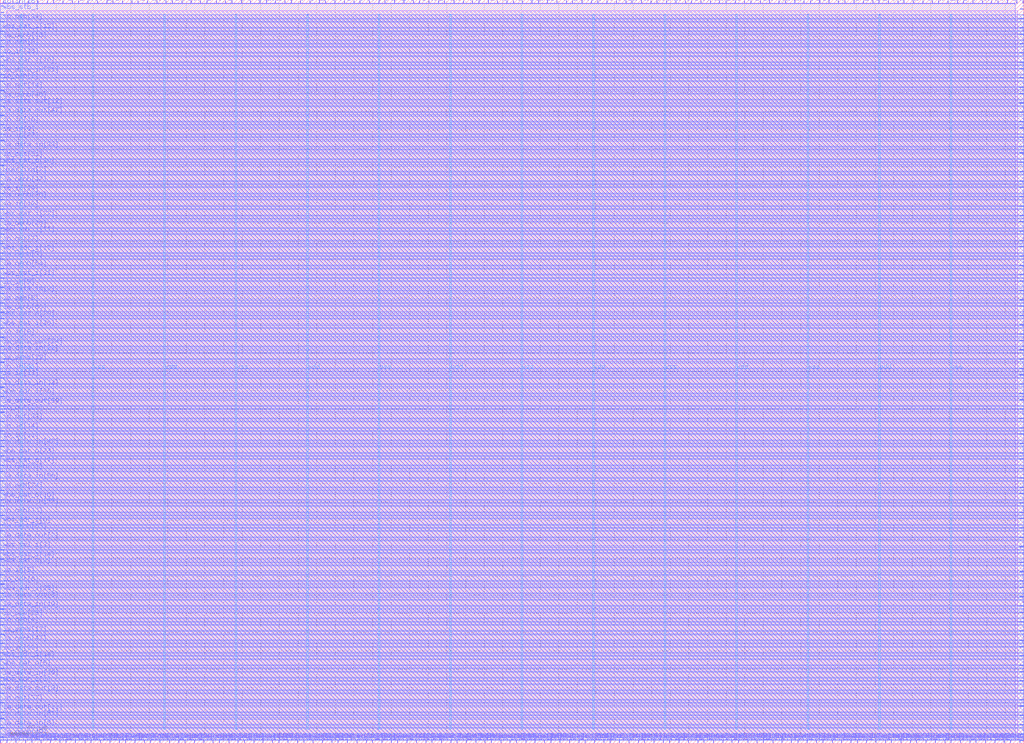
<source format=lef>
VERSION 5.7 ;
  NOWIREEXTENSIONATPIN ON ;
  DIVIDERCHAR "/" ;
  BUSBITCHARS "[]" ;
MACRO tiny_user_project
  CLASS BLOCK ;
  FOREIGN tiny_user_project ;
  ORIGIN 0.000 0.000 ;
  SIZE 1100.000 BY 800.000 ;
  PIN io_in[0]
    DIRECTION INPUT ;
    USE SIGNAL ;
    PORT
      LAYER Metal3 ;
        RECT 1.000 655.200 4.000 655.760 ;
    END
  END io_in[0]
  PIN io_in[10]
    DIRECTION INPUT ;
    USE SIGNAL ;
    PORT
      LAYER Metal3 ;
        RECT 1.000 665.280 4.000 665.840 ;
    END
  END io_in[10]
  PIN io_in[11]
    DIRECTION INPUT ;
    USE SIGNAL ;
    PORT
      LAYER Metal3 ;
        RECT 1.000 325.920 4.000 326.480 ;
    END
  END io_in[11]
  PIN io_in[12]
    DIRECTION INPUT ;
    USE SIGNAL ;
    PORT
      LAYER Metal3 ;
        RECT 1.000 574.560 4.000 575.120 ;
    END
  END io_in[12]
  PIN io_in[13]
    DIRECTION INPUT ;
    USE SIGNAL ;
    PORT
      LAYER Metal3 ;
        RECT 1.000 393.120 4.000 393.680 ;
    END
  END io_in[13]
  PIN io_in[14]
    DIRECTION INPUT ;
    USE SIGNAL ;
    PORT
      LAYER Metal3 ;
        RECT 1.000 336.000 4.000 336.560 ;
    END
  END io_in[14]
  PIN io_in[15]
    DIRECTION INPUT ;
    USE SIGNAL ;
    PORT
      LAYER Metal2 ;
        RECT 651.840 796.000 652.400 799.000 ;
    END
  END io_in[15]
  PIN io_in[16]
    DIRECTION INPUT ;
    USE SIGNAL ;
    PORT
      LAYER Metal3 ;
        RECT 1096.000 40.320 1099.000 40.880 ;
    END
  END io_in[16]
  PIN io_in[17]
    DIRECTION INPUT ;
    USE SIGNAL ;
    PORT
      LAYER Metal3 ;
        RECT 1096.000 742.560 1099.000 743.120 ;
    END
  END io_in[17]
  PIN io_in[18]
    DIRECTION INPUT ;
    USE SIGNAL ;
    PORT
      LAYER Metal2 ;
        RECT 789.600 796.000 790.160 799.000 ;
    END
  END io_in[18]
  PIN io_in[19]
    DIRECTION INPUT ;
    USE SIGNAL ;
    PORT
      LAYER Metal2 ;
        RECT 930.720 1.000 931.280 4.000 ;
    END
  END io_in[19]
  PIN io_in[1]
    DIRECTION INPUT ;
    USE SIGNAL ;
    PORT
      LAYER Metal2 ;
        RECT 268.800 796.000 269.360 799.000 ;
    END
  END io_in[1]
  PIN io_in[20]
    DIRECTION INPUT ;
    USE SIGNAL ;
    PORT
      LAYER Metal2 ;
        RECT 907.200 796.000 907.760 799.000 ;
    END
  END io_in[20]
  PIN io_in[21]
    DIRECTION INPUT ;
    USE SIGNAL ;
    PORT
      LAYER Metal2 ;
        RECT 665.280 1.000 665.840 4.000 ;
    END
  END io_in[21]
  PIN io_in[22]
    DIRECTION INPUT ;
    USE SIGNAL ;
    PORT
      LAYER Metal2 ;
        RECT 1098.720 796.000 1099.280 799.000 ;
    END
  END io_in[22]
  PIN io_in[23]
    DIRECTION INPUT ;
    USE SIGNAL ;
    PORT
      LAYER Metal3 ;
        RECT 1096.000 668.640 1099.000 669.200 ;
    END
  END io_in[23]
  PIN io_in[24]
    DIRECTION INPUT ;
    USE SIGNAL ;
    PORT
      LAYER Metal2 ;
        RECT 786.240 1.000 786.800 4.000 ;
    END
  END io_in[24]
  PIN io_in[25]
    DIRECTION INPUT ;
    USE SIGNAL ;
    PORT
      LAYER Metal2 ;
        RECT 127.680 1.000 128.240 4.000 ;
    END
  END io_in[25]
  PIN io_in[26]
    DIRECTION INPUT ;
    USE SIGNAL ;
    PORT
      LAYER Metal3 ;
        RECT 1.000 792.960 4.000 793.520 ;
    END
  END io_in[26]
  PIN io_in[27]
    DIRECTION INPUT ;
    USE SIGNAL ;
    PORT
      LAYER Metal3 ;
        RECT 1.000 648.480 4.000 649.040 ;
    END
  END io_in[27]
  PIN io_in[28]
    DIRECTION INPUT ;
    USE SIGNAL ;
    PORT
      LAYER Metal3 ;
        RECT 1.000 739.200 4.000 739.760 ;
    END
  END io_in[28]
  PIN io_in[29]
    DIRECTION INPUT ;
    USE SIGNAL ;
    PORT
      LAYER Metal3 ;
        RECT 1.000 591.360 4.000 591.920 ;
    END
  END io_in[29]
  PIN io_in[2]
    DIRECTION INPUT ;
    USE SIGNAL ;
    PORT
      LAYER Metal3 ;
        RECT 1096.000 789.600 1099.000 790.160 ;
    END
  END io_in[2]
  PIN io_in[30]
    DIRECTION INPUT ;
    USE SIGNAL ;
    PORT
      LAYER Metal2 ;
        RECT 621.600 1.000 622.160 4.000 ;
    END
  END io_in[30]
  PIN io_in[31]
    DIRECTION INPUT ;
    USE SIGNAL ;
    PORT
      LAYER Metal3 ;
        RECT 1.000 399.840 4.000 400.400 ;
    END
  END io_in[31]
  PIN io_in[32]
    DIRECTION INPUT ;
    USE SIGNAL ;
    PORT
      LAYER Metal2 ;
        RECT 803.040 1.000 803.600 4.000 ;
    END
  END io_in[32]
  PIN io_in[33]
    DIRECTION INPUT ;
    USE SIGNAL ;
    PORT
      LAYER Metal3 ;
        RECT 1.000 97.440 4.000 98.000 ;
    END
  END io_in[33]
  PIN io_in[34]
    DIRECTION INPUT ;
    USE SIGNAL ;
    PORT
      LAYER Metal2 ;
        RECT 50.400 796.000 50.960 799.000 ;
    END
  END io_in[34]
  PIN io_in[35]
    DIRECTION INPUT ;
    USE SIGNAL ;
    PORT
      LAYER Metal2 ;
        RECT 1001.280 796.000 1001.840 799.000 ;
    END
  END io_in[35]
  PIN io_in[36]
    DIRECTION INPUT ;
    USE SIGNAL ;
    PORT
      LAYER Metal3 ;
        RECT 1096.000 688.800 1099.000 689.360 ;
    END
  END io_in[36]
  PIN io_in[37]
    DIRECTION INPUT ;
    USE SIGNAL ;
    PORT
      LAYER Metal3 ;
        RECT 1096.000 567.840 1099.000 568.400 ;
    END
  END io_in[37]
  PIN io_in[3]
    DIRECTION INPUT ;
    USE SIGNAL ;
    PORT
      LAYER Metal3 ;
        RECT 1096.000 779.520 1099.000 780.080 ;
    END
  END io_in[3]
  PIN io_in[4]
    DIRECTION INPUT ;
    USE SIGNAL ;
    PORT
      LAYER Metal3 ;
        RECT 1096.000 275.520 1099.000 276.080 ;
    END
  END io_in[4]
  PIN io_in[5]
    DIRECTION INPUT ;
    USE SIGNAL ;
    PORT
      LAYER Metal3 ;
        RECT 1.000 181.440 4.000 182.000 ;
    END
  END io_in[5]
  PIN io_in[6]
    DIRECTION INPUT ;
    USE SIGNAL ;
    PORT
      LAYER Metal3 ;
        RECT 1096.000 30.240 1099.000 30.800 ;
    END
  END io_in[6]
  PIN io_in[7]
    DIRECTION INPUT ;
    USE SIGNAL ;
    PORT
      LAYER Metal2 ;
        RECT 927.360 796.000 927.920 799.000 ;
    END
  END io_in[7]
  PIN io_in[8]
    DIRECTION INPUT ;
    USE SIGNAL ;
    PORT
      LAYER Metal3 ;
        RECT 1.000 436.800 4.000 437.360 ;
    END
  END io_in[8]
  PIN io_in[9]
    DIRECTION INPUT ;
    USE SIGNAL ;
    PORT
      LAYER Metal3 ;
        RECT 1.000 490.560 4.000 491.120 ;
    END
  END io_in[9]
  PIN io_oeb[0]
    DIRECTION OUTPUT TRISTATE ;
    USE SIGNAL ;
    PORT
      LAYER Metal3 ;
        RECT 1096.000 514.080 1099.000 514.640 ;
    END
  END io_oeb[0]
  PIN io_oeb[10]
    DIRECTION OUTPUT TRISTATE ;
    USE SIGNAL ;
    PORT
      LAYER Metal3 ;
        RECT 1096.000 460.320 1099.000 460.880 ;
    END
  END io_oeb[10]
  PIN io_oeb[11]
    DIRECTION OUTPUT TRISTATE ;
    USE SIGNAL ;
    PORT
      LAYER Metal2 ;
        RECT 184.800 796.000 185.360 799.000 ;
    END
  END io_oeb[11]
  PIN io_oeb[12]
    DIRECTION OUTPUT TRISTATE ;
    USE SIGNAL ;
    PORT
      LAYER Metal2 ;
        RECT 584.640 1.000 585.200 4.000 ;
    END
  END io_oeb[12]
  PIN io_oeb[13]
    DIRECTION OUTPUT TRISTATE ;
    USE SIGNAL ;
    PORT
      LAYER Metal3 ;
        RECT 1.000 245.280 4.000 245.840 ;
    END
  END io_oeb[13]
  PIN io_oeb[14]
    DIRECTION OUTPUT TRISTATE ;
    USE SIGNAL ;
    PORT
      LAYER Metal2 ;
        RECT 866.880 1.000 867.440 4.000 ;
    END
  END io_oeb[14]
  PIN io_oeb[15]
    DIRECTION OUTPUT TRISTATE ;
    USE SIGNAL ;
    PORT
      LAYER Metal2 ;
        RECT 752.640 796.000 753.200 799.000 ;
    END
  END io_oeb[15]
  PIN io_oeb[16]
    DIRECTION OUTPUT TRISTATE ;
    USE SIGNAL ;
    PORT
      LAYER Metal2 ;
        RECT 272.160 1.000 272.720 4.000 ;
    END
  END io_oeb[16]
  PIN io_oeb[17]
    DIRECTION OUTPUT TRISTATE ;
    USE SIGNAL ;
    PORT
      LAYER Metal2 ;
        RECT 90.720 1.000 91.280 4.000 ;
    END
  END io_oeb[17]
  PIN io_oeb[18]
    DIRECTION OUTPUT TRISTATE ;
    USE SIGNAL ;
    PORT
      LAYER Metal2 ;
        RECT 194.880 796.000 195.440 799.000 ;
    END
  END io_oeb[18]
  PIN io_oeb[19]
    DIRECTION OUTPUT TRISTATE ;
    USE SIGNAL ;
    PORT
      LAYER Metal2 ;
        RECT 487.200 796.000 487.760 799.000 ;
    END
  END io_oeb[19]
  PIN io_oeb[1]
    DIRECTION OUTPUT TRISTATE ;
    USE SIGNAL ;
    PORT
      LAYER Metal2 ;
        RECT 406.560 796.000 407.120 799.000 ;
    END
  END io_oeb[1]
  PIN io_oeb[20]
    DIRECTION OUTPUT TRISTATE ;
    USE SIGNAL ;
    PORT
      LAYER Metal2 ;
        RECT 698.880 796.000 699.440 799.000 ;
    END
  END io_oeb[20]
  PIN io_oeb[21]
    DIRECTION OUTPUT TRISTATE ;
    USE SIGNAL ;
    PORT
      LAYER Metal2 ;
        RECT 813.120 1.000 813.680 4.000 ;
    END
  END io_oeb[21]
  PIN io_oeb[22]
    DIRECTION OUTPUT TRISTATE ;
    USE SIGNAL ;
    PORT
      LAYER Metal3 ;
        RECT 1096.000 94.080 1099.000 94.640 ;
    END
  END io_oeb[22]
  PIN io_oeb[23]
    DIRECTION OUTPUT TRISTATE ;
    USE SIGNAL ;
    PORT
      LAYER Metal2 ;
        RECT 1071.840 796.000 1072.400 799.000 ;
    END
  END io_oeb[23]
  PIN io_oeb[24]
    DIRECTION OUTPUT TRISTATE ;
    USE SIGNAL ;
    PORT
      LAYER Metal3 ;
        RECT 1.000 272.160 4.000 272.720 ;
    END
  END io_oeb[24]
  PIN io_oeb[25]
    DIRECTION OUTPUT TRISTATE ;
    USE SIGNAL ;
    PORT
      LAYER Metal3 ;
        RECT 1.000 134.400 4.000 134.960 ;
    END
  END io_oeb[25]
  PIN io_oeb[26]
    DIRECTION OUTPUT TRISTATE ;
    USE SIGNAL ;
    PORT
      LAYER Metal2 ;
        RECT 67.200 796.000 67.760 799.000 ;
    END
  END io_oeb[26]
  PIN io_oeb[27]
    DIRECTION OUTPUT TRISTATE ;
    USE SIGNAL ;
    PORT
      LAYER Metal2 ;
        RECT 792.960 1.000 793.520 4.000 ;
    END
  END io_oeb[27]
  PIN io_oeb[28]
    DIRECTION OUTPUT TRISTATE ;
    USE SIGNAL ;
    PORT
      LAYER Metal2 ;
        RECT 168.000 796.000 168.560 799.000 ;
    END
  END io_oeb[28]
  PIN io_oeb[29]
    DIRECTION OUTPUT TRISTATE ;
    USE SIGNAL ;
    PORT
      LAYER Metal3 ;
        RECT 1096.000 332.640 1099.000 333.200 ;
    END
  END io_oeb[29]
  PIN io_oeb[2]
    DIRECTION OUTPUT TRISTATE ;
    USE SIGNAL ;
    PORT
      LAYER Metal3 ;
        RECT 1096.000 211.680 1099.000 212.240 ;
    END
  END io_oeb[2]
  PIN io_oeb[30]
    DIRECTION OUTPUT TRISTATE ;
    USE SIGNAL ;
    PORT
      LAYER Metal2 ;
        RECT 893.760 1.000 894.320 4.000 ;
    END
  END io_oeb[30]
  PIN io_oeb[31]
    DIRECTION OUTPUT TRISTATE ;
    USE SIGNAL ;
    PORT
      LAYER Metal3 ;
        RECT 1.000 292.320 4.000 292.880 ;
    END
  END io_oeb[31]
  PIN io_oeb[32]
    DIRECTION OUTPUT TRISTATE ;
    USE SIGNAL ;
    PORT
      LAYER Metal2 ;
        RECT 981.120 796.000 981.680 799.000 ;
    END
  END io_oeb[32]
  PIN io_oeb[33]
    DIRECTION OUTPUT TRISTATE ;
    USE SIGNAL ;
    PORT
      LAYER Metal3 ;
        RECT 1096.000 3.360 1099.000 3.920 ;
    END
  END io_oeb[33]
  PIN io_oeb[34]
    DIRECTION OUTPUT TRISTATE ;
    USE SIGNAL ;
    PORT
      LAYER Metal3 ;
        RECT 1.000 776.160 4.000 776.720 ;
    END
  END io_oeb[34]
  PIN io_oeb[35]
    DIRECTION OUTPUT TRISTATE ;
    USE SIGNAL ;
    PORT
      LAYER Metal3 ;
        RECT 1096.000 705.600 1099.000 706.160 ;
    END
  END io_oeb[35]
  PIN io_oeb[36]
    DIRECTION OUTPUT TRISTATE ;
    USE SIGNAL ;
    PORT
      LAYER Metal2 ;
        RECT 678.720 796.000 679.280 799.000 ;
    END
  END io_oeb[36]
  PIN io_oeb[37]
    DIRECTION OUTPUT TRISTATE ;
    USE SIGNAL ;
    PORT
      LAYER Metal3 ;
        RECT 1096.000 231.840 1099.000 232.400 ;
    END
  END io_oeb[37]
  PIN io_oeb[3]
    DIRECTION OUTPUT TRISTATE ;
    USE SIGNAL ;
    PORT
      LAYER Metal3 ;
        RECT 1.000 712.320 4.000 712.880 ;
    END
  END io_oeb[3]
  PIN io_oeb[4]
    DIRECTION OUTPUT TRISTATE ;
    USE SIGNAL ;
    PORT
      LAYER Metal3 ;
        RECT 1.000 127.680 4.000 128.240 ;
    END
  END io_oeb[4]
  PIN io_oeb[5]
    DIRECTION OUTPUT TRISTATE ;
    USE SIGNAL ;
    PORT
      LAYER Metal2 ;
        RECT 843.360 796.000 843.920 799.000 ;
    END
  END io_oeb[5]
  PIN io_oeb[6]
    DIRECTION OUTPUT TRISTATE ;
    USE SIGNAL ;
    PORT
      LAYER Metal3 ;
        RECT 1.000 749.280 4.000 749.840 ;
    END
  END io_oeb[6]
  PIN io_oeb[7]
    DIRECTION OUTPUT TRISTATE ;
    USE SIGNAL ;
    PORT
      LAYER Metal2 ;
        RECT 608.160 796.000 608.720 799.000 ;
    END
  END io_oeb[7]
  PIN io_oeb[8]
    DIRECTION OUTPUT TRISTATE ;
    USE SIGNAL ;
    PORT
      LAYER Metal3 ;
        RECT 1.000 473.760 4.000 474.320 ;
    END
  END io_oeb[8]
  PIN io_oeb[9]
    DIRECTION OUTPUT TRISTATE ;
    USE SIGNAL ;
    PORT
      LAYER Metal3 ;
        RECT 1096.000 769.440 1099.000 770.000 ;
    END
  END io_oeb[9]
  PIN io_out[0]
    DIRECTION OUTPUT TRISTATE ;
    USE SIGNAL ;
    PORT
      LAYER Metal2 ;
        RECT 305.760 796.000 306.320 799.000 ;
    END
  END io_out[0]
  PIN io_out[10]
    DIRECTION OUTPUT TRISTATE ;
    USE SIGNAL ;
    PORT
      LAYER Metal2 ;
        RECT 443.520 796.000 444.080 799.000 ;
    END
  END io_out[10]
  PIN io_out[11]
    DIRECTION OUTPUT TRISTATE ;
    USE SIGNAL ;
    PORT
      LAYER Metal2 ;
        RECT 611.520 1.000 612.080 4.000 ;
    END
  END io_out[11]
  PIN io_out[12]
    DIRECTION OUTPUT TRISTATE ;
    USE SIGNAL ;
    PORT
      LAYER Metal2 ;
        RECT 1081.920 796.000 1082.480 799.000 ;
    END
  END io_out[12]
  PIN io_out[13]
    DIRECTION OUTPUT TRISTATE ;
    USE SIGNAL ;
    PORT
      LAYER Metal2 ;
        RECT 147.840 796.000 148.400 799.000 ;
    END
  END io_out[13]
  PIN io_out[14]
    DIRECTION OUTPUT TRISTATE ;
    USE SIGNAL ;
    PORT
      LAYER Metal3 ;
        RECT 1.000 702.240 4.000 702.800 ;
    END
  END io_out[14]
  PIN io_out[15]
    DIRECTION OUTPUT TRISTATE ;
    USE SIGNAL ;
    PORT
      LAYER Metal2 ;
        RECT 383.040 1.000 383.600 4.000 ;
    END
  END io_out[15]
  PIN io_out[16]
    DIRECTION OUTPUT TRISTATE ;
    USE SIGNAL ;
    PORT
      LAYER Metal3 ;
        RECT 1096.000 641.760 1099.000 642.320 ;
    END
  END io_out[16]
  PIN io_out[17]
    DIRECTION OUTPUT TRISTATE ;
    USE SIGNAL ;
    PORT
      LAYER Metal2 ;
        RECT 107.520 1.000 108.080 4.000 ;
    END
  END io_out[17]
  PIN io_out[18]
    DIRECTION OUTPUT TRISTATE ;
    USE SIGNAL ;
    PORT
      LAYER Metal2 ;
        RECT 883.680 1.000 884.240 4.000 ;
    END
  END io_out[18]
  PIN io_out[19]
    DIRECTION OUTPUT TRISTATE ;
    USE SIGNAL ;
    PORT
      LAYER Metal2 ;
        RECT 359.520 796.000 360.080 799.000 ;
    END
  END io_out[19]
  PIN io_out[1]
    DIRECTION OUTPUT TRISTATE ;
    USE SIGNAL ;
    PORT
      LAYER Metal2 ;
        RECT 63.840 1.000 64.400 4.000 ;
    END
  END io_out[1]
  PIN io_out[20]
    DIRECTION OUTPUT TRISTATE ;
    USE SIGNAL ;
    PORT
      LAYER Metal2 ;
        RECT 1041.600 1.000 1042.160 4.000 ;
    END
  END io_out[20]
  PIN io_out[21]
    DIRECTION OUTPUT TRISTATE ;
    USE SIGNAL ;
    PORT
      LAYER Metal3 ;
        RECT 1.000 628.320 4.000 628.880 ;
    END
  END io_out[21]
  PIN io_out[22]
    DIRECTION OUTPUT TRISTATE ;
    USE SIGNAL ;
    PORT
      LAYER Metal3 ;
        RECT 1096.000 57.120 1099.000 57.680 ;
    END
  END io_out[22]
  PIN io_out[23]
    DIRECTION OUTPUT TRISTATE ;
    USE SIGNAL ;
    PORT
      LAYER Metal3 ;
        RECT 1.000 356.160 4.000 356.720 ;
    END
  END io_out[23]
  PIN io_out[24]
    DIRECTION OUTPUT TRISTATE ;
    USE SIGNAL ;
    PORT
      LAYER Metal2 ;
        RECT 829.920 1.000 830.480 4.000 ;
    END
  END io_out[24]
  PIN io_out[25]
    DIRECTION OUTPUT TRISTATE ;
    USE SIGNAL ;
    PORT
      LAYER Metal2 ;
        RECT 977.760 1.000 978.320 4.000 ;
    END
  END io_out[25]
  PIN io_out[26]
    DIRECTION OUTPUT TRISTATE ;
    USE SIGNAL ;
    PORT
      LAYER Metal2 ;
        RECT 399.840 1.000 400.400 4.000 ;
    END
  END io_out[26]
  PIN io_out[27]
    DIRECTION OUTPUT TRISTATE ;
    USE SIGNAL ;
    PORT
      LAYER Metal2 ;
        RECT 319.200 1.000 319.760 4.000 ;
    END
  END io_out[27]
  PIN io_out[28]
    DIRECTION OUTPUT TRISTATE ;
    USE SIGNAL ;
    PORT
      LAYER Metal2 ;
        RECT 816.480 796.000 817.040 799.000 ;
    END
  END io_out[28]
  PIN io_out[29]
    DIRECTION OUTPUT TRISTATE ;
    USE SIGNAL ;
    PORT
      LAYER Metal2 ;
        RECT 648.480 1.000 649.040 4.000 ;
    END
  END io_out[29]
  PIN io_out[2]
    DIRECTION OUTPUT TRISTATE ;
    USE SIGNAL ;
    PORT
      LAYER Metal3 ;
        RECT 1096.000 184.800 1099.000 185.360 ;
    END
  END io_out[2]
  PIN io_out[30]
    DIRECTION OUTPUT TRISTATE ;
    USE SIGNAL ;
    PORT
      LAYER Metal2 ;
        RECT 1018.080 796.000 1018.640 799.000 ;
    END
  END io_out[30]
  PIN io_out[31]
    DIRECTION OUTPUT TRISTATE ;
    USE SIGNAL ;
    PORT
      LAYER Metal2 ;
        RECT 336.000 1.000 336.560 4.000 ;
    END
  END io_out[31]
  PIN io_out[32]
    DIRECTION OUTPUT TRISTATE ;
    USE SIGNAL ;
    PORT
      LAYER Metal2 ;
        RECT 742.560 796.000 743.120 799.000 ;
    END
  END io_out[32]
  PIN io_out[33]
    DIRECTION OUTPUT TRISTATE ;
    USE SIGNAL ;
    PORT
      LAYER Metal3 ;
        RECT 1.000 346.080 4.000 346.640 ;
    END
  END io_out[33]
  PIN io_out[34]
    DIRECTION OUTPUT TRISTATE ;
    USE SIGNAL ;
    PORT
      LAYER Metal2 ;
        RECT 628.320 1.000 628.880 4.000 ;
    END
  END io_out[34]
  PIN io_out[35]
    DIRECTION OUTPUT TRISTATE ;
    USE SIGNAL ;
    PORT
      LAYER Metal2 ;
        RECT 564.480 1.000 565.040 4.000 ;
    END
  END io_out[35]
  PIN io_out[36]
    DIRECTION OUTPUT TRISTATE ;
    USE SIGNAL ;
    PORT
      LAYER Metal2 ;
        RECT 228.480 1.000 229.040 4.000 ;
    END
  END io_out[36]
  PIN io_out[37]
    DIRECTION OUTPUT TRISTATE ;
    USE SIGNAL ;
    PORT
      LAYER Metal3 ;
        RECT 1.000 43.680 4.000 44.240 ;
    END
  END io_out[37]
  PIN io_out[3]
    DIRECTION OUTPUT TRISTATE ;
    USE SIGNAL ;
    PORT
      LAYER Metal2 ;
        RECT 588.000 796.000 588.560 799.000 ;
    END
  END io_out[3]
  PIN io_out[4]
    DIRECTION OUTPUT TRISTATE ;
    USE SIGNAL ;
    PORT
      LAYER Metal2 ;
        RECT 436.800 1.000 437.360 4.000 ;
    END
  END io_out[4]
  PIN io_out[5]
    DIRECTION OUTPUT TRISTATE ;
    USE SIGNAL ;
    PORT
      LAYER Metal2 ;
        RECT 551.040 796.000 551.600 799.000 ;
    END
  END io_out[5]
  PIN io_out[6]
    DIRECTION OUTPUT TRISTATE ;
    USE SIGNAL ;
    PORT
      LAYER Metal3 ;
        RECT 1.000 171.360 4.000 171.920 ;
    END
  END io_out[6]
  PIN io_out[7]
    DIRECTION OUTPUT TRISTATE ;
    USE SIGNAL ;
    PORT
      LAYER Metal3 ;
        RECT 1.000 537.600 4.000 538.160 ;
    END
  END io_out[7]
  PIN io_out[8]
    DIRECTION OUTPUT TRISTATE ;
    USE SIGNAL ;
    PORT
      LAYER Metal2 ;
        RECT 692.160 1.000 692.720 4.000 ;
    END
  END io_out[8]
  PIN io_out[9]
    DIRECTION OUTPUT TRISTATE ;
    USE SIGNAL ;
    PORT
      LAYER Metal2 ;
        RECT 245.280 1.000 245.840 4.000 ;
    END
  END io_out[9]
  PIN la_data_in[0]
    DIRECTION INPUT ;
    USE SIGNAL ;
    PORT
      LAYER Metal3 ;
        RECT 1.000 483.840 4.000 484.400 ;
    END
  END la_data_in[0]
  PIN la_data_in[10]
    DIRECTION INPUT ;
    USE SIGNAL ;
    PORT
      LAYER Metal3 ;
        RECT 1096.000 732.480 1099.000 733.040 ;
    END
  END la_data_in[10]
  PIN la_data_in[11]
    DIRECTION INPUT ;
    USE SIGNAL ;
    PORT
      LAYER Metal3 ;
        RECT 1096.000 268.800 1099.000 269.360 ;
    END
  END la_data_in[11]
  PIN la_data_in[12]
    DIRECTION INPUT ;
    USE SIGNAL ;
    PORT
      LAYER Metal2 ;
        RECT 292.320 1.000 292.880 4.000 ;
    END
  END la_data_in[12]
  PIN la_data_in[13]
    DIRECTION INPUT ;
    USE SIGNAL ;
    PORT
      LAYER Metal2 ;
        RECT 534.240 796.000 534.800 799.000 ;
    END
  END la_data_in[13]
  PIN la_data_in[14]
    DIRECTION INPUT ;
    USE SIGNAL ;
    PORT
      LAYER Metal2 ;
        RECT 30.240 796.000 30.800 799.000 ;
    END
  END la_data_in[14]
  PIN la_data_in[15]
    DIRECTION INPUT ;
    USE SIGNAL ;
    PORT
      LAYER Metal3 ;
        RECT 1096.000 534.240 1099.000 534.800 ;
    END
  END la_data_in[15]
  PIN la_data_in[16]
    DIRECTION INPUT ;
    USE SIGNAL ;
    PORT
      LAYER Metal2 ;
        RECT 241.920 796.000 242.480 799.000 ;
    END
  END la_data_in[16]
  PIN la_data_in[17]
    DIRECTION INPUT ;
    USE SIGNAL ;
    PORT
      LAYER Metal2 ;
        RECT 1095.360 1.000 1095.920 4.000 ;
    END
  END la_data_in[17]
  PIN la_data_in[18]
    DIRECTION INPUT ;
    USE SIGNAL ;
    PORT
      LAYER Metal2 ;
        RECT 624.960 796.000 625.520 799.000 ;
    END
  END la_data_in[18]
  PIN la_data_in[19]
    DIRECTION INPUT ;
    USE SIGNAL ;
    PORT
      LAYER Metal3 ;
        RECT 1.000 144.480 4.000 145.040 ;
    END
  END la_data_in[19]
  PIN la_data_in[1]
    DIRECTION INPUT ;
    USE SIGNAL ;
    PORT
      LAYER Metal2 ;
        RECT 369.600 796.000 370.160 799.000 ;
    END
  END la_data_in[1]
  PIN la_data_in[20]
    DIRECTION INPUT ;
    USE SIGNAL ;
    PORT
      LAYER Metal3 ;
        RECT 1096.000 47.040 1099.000 47.600 ;
    END
  END la_data_in[20]
  PIN la_data_in[21]
    DIRECTION INPUT ;
    USE SIGNAL ;
    PORT
      LAYER Metal3 ;
        RECT 1.000 719.040 4.000 719.600 ;
    END
  END la_data_in[21]
  PIN la_data_in[22]
    DIRECTION INPUT ;
    USE SIGNAL ;
    PORT
      LAYER Metal3 ;
        RECT 1.000 420.000 4.000 420.560 ;
    END
  END la_data_in[22]
  PIN la_data_in[23]
    DIRECTION INPUT ;
    USE SIGNAL ;
    PORT
      LAYER Metal3 ;
        RECT 1096.000 561.120 1099.000 561.680 ;
    END
  END la_data_in[23]
  PIN la_data_in[24]
    DIRECTION INPUT ;
    USE SIGNAL ;
    PORT
      LAYER Metal2 ;
        RECT 635.040 796.000 635.600 799.000 ;
    END
  END la_data_in[24]
  PIN la_data_in[25]
    DIRECTION INPUT ;
    USE SIGNAL ;
    PORT
      LAYER Metal2 ;
        RECT 349.440 796.000 350.000 799.000 ;
    END
  END la_data_in[25]
  PIN la_data_in[26]
    DIRECTION INPUT ;
    USE SIGNAL ;
    PORT
      LAYER Metal2 ;
        RECT 735.840 796.000 736.400 799.000 ;
    END
  END la_data_in[26]
  PIN la_data_in[27]
    DIRECTION INPUT ;
    USE SIGNAL ;
    PORT
      LAYER Metal2 ;
        RECT 57.120 796.000 57.680 799.000 ;
    END
  END la_data_in[27]
  PIN la_data_in[28]
    DIRECTION INPUT ;
    USE SIGNAL ;
    PORT
      LAYER Metal2 ;
        RECT 94.080 796.000 94.640 799.000 ;
    END
  END la_data_in[28]
  PIN la_data_in[29]
    DIRECTION INPUT ;
    USE SIGNAL ;
    PORT
      LAYER Metal3 ;
        RECT 1096.000 84.000 1099.000 84.560 ;
    END
  END la_data_in[29]
  PIN la_data_in[2]
    DIRECTION INPUT ;
    USE SIGNAL ;
    PORT
      LAYER Metal2 ;
        RECT 571.200 796.000 571.760 799.000 ;
    END
  END la_data_in[2]
  PIN la_data_in[30]
    DIRECTION INPUT ;
    USE SIGNAL ;
    PORT
      LAYER Metal3 ;
        RECT 1.000 70.560 4.000 71.120 ;
    END
  END la_data_in[30]
  PIN la_data_in[31]
    DIRECTION INPUT ;
    USE SIGNAL ;
    PORT
      LAYER Metal2 ;
        RECT 954.240 796.000 954.800 799.000 ;
    END
  END la_data_in[31]
  PIN la_data_in[32]
    DIRECTION INPUT ;
    USE SIGNAL ;
    PORT
      LAYER Metal3 ;
        RECT 1.000 383.040 4.000 383.600 ;
    END
  END la_data_in[32]
  PIN la_data_in[33]
    DIRECTION INPUT ;
    USE SIGNAL ;
    PORT
      LAYER Metal3 ;
        RECT 1.000 638.400 4.000 638.960 ;
    END
  END la_data_in[33]
  PIN la_data_in[34]
    DIRECTION INPUT ;
    USE SIGNAL ;
    PORT
      LAYER Metal2 ;
        RECT 221.760 796.000 222.320 799.000 ;
    END
  END la_data_in[34]
  PIN la_data_in[35]
    DIRECTION INPUT ;
    USE SIGNAL ;
    PORT
      LAYER Metal2 ;
        RECT 40.320 796.000 40.880 799.000 ;
    END
  END la_data_in[35]
  PIN la_data_in[36]
    DIRECTION INPUT ;
    USE SIGNAL ;
    PORT
      LAYER Metal2 ;
        RECT 675.360 1.000 675.920 4.000 ;
    END
  END la_data_in[36]
  PIN la_data_in[37]
    DIRECTION INPUT ;
    USE SIGNAL ;
    PORT
      LAYER Metal2 ;
        RECT 131.040 796.000 131.600 799.000 ;
    END
  END la_data_in[37]
  PIN la_data_in[38]
    DIRECTION INPUT ;
    USE SIGNAL ;
    PORT
      LAYER Metal2 ;
        RECT 426.720 1.000 427.280 4.000 ;
    END
  END la_data_in[38]
  PIN la_data_in[39]
    DIRECTION INPUT ;
    USE SIGNAL ;
    PORT
      LAYER Metal2 ;
        RECT 672.000 796.000 672.560 799.000 ;
    END
  END la_data_in[39]
  PIN la_data_in[3]
    DIRECTION INPUT ;
    USE SIGNAL ;
    PORT
      LAYER Metal3 ;
        RECT 1096.000 369.600 1099.000 370.160 ;
    END
  END la_data_in[3]
  PIN la_data_in[40]
    DIRECTION INPUT ;
    USE SIGNAL ;
    PORT
      LAYER Metal2 ;
        RECT 325.920 1.000 326.480 4.000 ;
    END
  END la_data_in[40]
  PIN la_data_in[41]
    DIRECTION INPUT ;
    USE SIGNAL ;
    PORT
      LAYER Metal2 ;
        RECT 456.960 1.000 457.520 4.000 ;
    END
  END la_data_in[41]
  PIN la_data_in[42]
    DIRECTION INPUT ;
    USE SIGNAL ;
    PORT
      LAYER Metal3 ;
        RECT 1.000 319.200 4.000 319.760 ;
    END
  END la_data_in[42]
  PIN la_data_in[43]
    DIRECTION INPUT ;
    USE SIGNAL ;
    PORT
      LAYER Metal2 ;
        RECT 1044.960 796.000 1045.520 799.000 ;
    END
  END la_data_in[43]
  PIN la_data_in[44]
    DIRECTION INPUT ;
    USE SIGNAL ;
    PORT
      LAYER Metal2 ;
        RECT 957.600 1.000 958.160 4.000 ;
    END
  END la_data_in[44]
  PIN la_data_in[45]
    DIRECTION INPUT ;
    USE SIGNAL ;
    PORT
      LAYER Metal2 ;
        RECT 309.120 1.000 309.680 4.000 ;
    END
  END la_data_in[45]
  PIN la_data_in[46]
    DIRECTION INPUT ;
    USE SIGNAL ;
    PORT
      LAYER Metal3 ;
        RECT 1096.000 540.960 1099.000 541.520 ;
    END
  END la_data_in[46]
  PIN la_data_in[47]
    DIRECTION INPUT ;
    USE SIGNAL ;
    PORT
      LAYER Metal2 ;
        RECT 591.360 1.000 591.920 4.000 ;
    END
  END la_data_in[47]
  PIN la_data_in[48]
    DIRECTION INPUT ;
    USE SIGNAL ;
    PORT
      LAYER Metal2 ;
        RECT 598.080 796.000 598.640 799.000 ;
    END
  END la_data_in[48]
  PIN la_data_in[49]
    DIRECTION INPUT ;
    USE SIGNAL ;
    PORT
      LAYER Metal2 ;
        RECT 514.080 796.000 514.640 799.000 ;
    END
  END la_data_in[49]
  PIN la_data_in[4]
    DIRECTION INPUT ;
    USE SIGNAL ;
    PORT
      LAYER Metal2 ;
        RECT 231.840 796.000 232.400 799.000 ;
    END
  END la_data_in[4]
  PIN la_data_in[50]
    DIRECTION INPUT ;
    USE SIGNAL ;
    PORT
      LAYER Metal2 ;
        RECT 524.160 796.000 524.720 799.000 ;
    END
  END la_data_in[50]
  PIN la_data_in[51]
    DIRECTION INPUT ;
    USE SIGNAL ;
    PORT
      LAYER Metal2 ;
        RECT 446.880 1.000 447.440 4.000 ;
    END
  END la_data_in[51]
  PIN la_data_in[52]
    DIRECTION INPUT ;
    USE SIGNAL ;
    PORT
      LAYER Metal3 ;
        RECT 1096.000 168.000 1099.000 168.560 ;
    END
  END la_data_in[52]
  PIN la_data_in[53]
    DIRECTION INPUT ;
    USE SIGNAL ;
    PORT
      LAYER Metal2 ;
        RECT 890.400 796.000 890.960 799.000 ;
    END
  END la_data_in[53]
  PIN la_data_in[54]
    DIRECTION INPUT ;
    USE SIGNAL ;
    PORT
      LAYER Metal2 ;
        RECT 826.560 796.000 827.120 799.000 ;
    END
  END la_data_in[54]
  PIN la_data_in[55]
    DIRECTION INPUT ;
    USE SIGNAL ;
    PORT
      LAYER Metal3 ;
        RECT 1.000 255.360 4.000 255.920 ;
    END
  END la_data_in[55]
  PIN la_data_in[56]
    DIRECTION INPUT ;
    USE SIGNAL ;
    PORT
      LAYER Metal3 ;
        RECT 1.000 282.240 4.000 282.800 ;
    END
  END la_data_in[56]
  PIN la_data_in[57]
    DIRECTION INPUT ;
    USE SIGNAL ;
    PORT
      LAYER Metal2 ;
        RECT 178.080 796.000 178.640 799.000 ;
    END
  END la_data_in[57]
  PIN la_data_in[58]
    DIRECTION INPUT ;
    USE SIGNAL ;
    PORT
      LAYER Metal2 ;
        RECT 346.080 1.000 346.640 4.000 ;
    END
  END la_data_in[58]
  PIN la_data_in[59]
    DIRECTION INPUT ;
    USE SIGNAL ;
    PORT
      LAYER Metal3 ;
        RECT 1096.000 715.680 1099.000 716.240 ;
    END
  END la_data_in[59]
  PIN la_data_in[5]
    DIRECTION INPUT ;
    USE SIGNAL ;
    PORT
      LAYER Metal2 ;
        RECT 161.280 1.000 161.840 4.000 ;
    END
  END la_data_in[5]
  PIN la_data_in[60]
    DIRECTION INPUT ;
    USE SIGNAL ;
    PORT
      LAYER Metal3 ;
        RECT 1096.000 477.120 1099.000 477.680 ;
    END
  END la_data_in[60]
  PIN la_data_in[61]
    DIRECTION INPUT ;
    USE SIGNAL ;
    PORT
      LAYER Metal3 ;
        RECT 1.000 26.880 4.000 27.440 ;
    END
  END la_data_in[61]
  PIN la_data_in[62]
    DIRECTION INPUT ;
    USE SIGNAL ;
    PORT
      LAYER Metal2 ;
        RECT 554.400 1.000 554.960 4.000 ;
    END
  END la_data_in[62]
  PIN la_data_in[63]
    DIRECTION INPUT ;
    USE SIGNAL ;
    PORT
      LAYER Metal2 ;
        RECT 396.480 796.000 397.040 799.000 ;
    END
  END la_data_in[63]
  PIN la_data_in[6]
    DIRECTION INPUT ;
    USE SIGNAL ;
    PORT
      LAYER Metal2 ;
        RECT 191.520 1.000 192.080 4.000 ;
    END
  END la_data_in[6]
  PIN la_data_in[7]
    DIRECTION INPUT ;
    USE SIGNAL ;
    PORT
      LAYER Metal3 ;
        RECT 1096.000 194.880 1099.000 195.440 ;
    END
  END la_data_in[7]
  PIN la_data_in[8]
    DIRECTION INPUT ;
    USE SIGNAL ;
    PORT
      LAYER Metal3 ;
        RECT 1.000 16.800 4.000 17.360 ;
    END
  END la_data_in[8]
  PIN la_data_in[9]
    DIRECTION INPUT ;
    USE SIGNAL ;
    PORT
      LAYER Metal2 ;
        RECT 1008.000 796.000 1008.560 799.000 ;
    END
  END la_data_in[9]
  PIN la_data_out[0]
    DIRECTION OUTPUT TRISTATE ;
    USE SIGNAL ;
    PORT
      LAYER Metal2 ;
        RECT 971.040 796.000 971.600 799.000 ;
    END
  END la_data_out[0]
  PIN la_data_out[10]
    DIRECTION OUTPUT TRISTATE ;
    USE SIGNAL ;
    PORT
      LAYER Metal3 ;
        RECT 1096.000 359.520 1099.000 360.080 ;
    END
  END la_data_out[10]
  PIN la_data_out[11]
    DIRECTION OUTPUT TRISTATE ;
    USE SIGNAL ;
    PORT
      LAYER Metal3 ;
        RECT 1.000 33.600 4.000 34.160 ;
    END
  END la_data_out[11]
  PIN la_data_out[12]
    DIRECTION OUTPUT TRISTATE ;
    USE SIGNAL ;
    PORT
      LAYER Metal3 ;
        RECT 1.000 685.440 4.000 686.000 ;
    END
  END la_data_out[12]
  PIN la_data_out[13]
    DIRECTION OUTPUT TRISTATE ;
    USE SIGNAL ;
    PORT
      LAYER Metal2 ;
        RECT 356.160 1.000 356.720 4.000 ;
    END
  END la_data_out[13]
  PIN la_data_out[14]
    DIRECTION OUTPUT TRISTATE ;
    USE SIGNAL ;
    PORT
      LAYER Metal3 ;
        RECT 1096.000 241.920 1099.000 242.480 ;
    END
  END la_data_out[14]
  PIN la_data_out[15]
    DIRECTION OUTPUT TRISTATE ;
    USE SIGNAL ;
    PORT
      LAYER Metal2 ;
        RECT 13.440 796.000 14.000 799.000 ;
    END
  END la_data_out[15]
  PIN la_data_out[16]
    DIRECTION OUTPUT TRISTATE ;
    USE SIGNAL ;
    PORT
      LAYER Metal3 ;
        RECT 1096.000 376.320 1099.000 376.880 ;
    END
  END la_data_out[16]
  PIN la_data_out[17]
    DIRECTION OUTPUT TRISTATE ;
    USE SIGNAL ;
    PORT
      LAYER Metal2 ;
        RECT 614.880 796.000 615.440 799.000 ;
    END
  END la_data_out[17]
  PIN la_data_out[18]
    DIRECTION OUTPUT TRISTATE ;
    USE SIGNAL ;
    PORT
      LAYER Metal3 ;
        RECT 1096.000 635.040 1099.000 635.600 ;
    END
  END la_data_out[18]
  PIN la_data_out[19]
    DIRECTION OUTPUT TRISTATE ;
    USE SIGNAL ;
    PORT
      LAYER Metal2 ;
        RECT 500.640 1.000 501.200 4.000 ;
    END
  END la_data_out[19]
  PIN la_data_out[1]
    DIRECTION OUTPUT TRISTATE ;
    USE SIGNAL ;
    PORT
      LAYER Metal3 ;
        RECT 1096.000 295.680 1099.000 296.240 ;
    END
  END la_data_out[1]
  PIN la_data_out[20]
    DIRECTION OUTPUT TRISTATE ;
    USE SIGNAL ;
    PORT
      LAYER Metal2 ;
        RECT 1085.280 1.000 1085.840 4.000 ;
    END
  END la_data_out[20]
  PIN la_data_out[21]
    DIRECTION OUTPUT TRISTATE ;
    USE SIGNAL ;
    PORT
      LAYER Metal2 ;
        RECT 141.120 796.000 141.680 799.000 ;
    END
  END la_data_out[21]
  PIN la_data_out[22]
    DIRECTION OUTPUT TRISTATE ;
    USE SIGNAL ;
    PORT
      LAYER Metal3 ;
        RECT 1096.000 440.160 1099.000 440.720 ;
    END
  END la_data_out[22]
  PIN la_data_out[23]
    DIRECTION OUTPUT TRISTATE ;
    USE SIGNAL ;
    PORT
      LAYER Metal2 ;
        RECT 282.240 1.000 282.800 4.000 ;
    END
  END la_data_out[23]
  PIN la_data_out[24]
    DIRECTION OUTPUT TRISTATE ;
    USE SIGNAL ;
    PORT
      LAYER Metal3 ;
        RECT 1.000 426.720 4.000 427.280 ;
    END
  END la_data_out[24]
  PIN la_data_out[25]
    DIRECTION OUTPUT TRISTATE ;
    USE SIGNAL ;
    PORT
      LAYER Metal2 ;
        RECT 510.720 1.000 511.280 4.000 ;
    END
  END la_data_out[25]
  PIN la_data_out[26]
    DIRECTION OUTPUT TRISTATE ;
    USE SIGNAL ;
    PORT
      LAYER Metal2 ;
        RECT 120.960 796.000 121.520 799.000 ;
    END
  END la_data_out[26]
  PIN la_data_out[27]
    DIRECTION OUTPUT TRISTATE ;
    USE SIGNAL ;
    PORT
      LAYER Metal2 ;
        RECT 725.760 796.000 726.320 799.000 ;
    END
  END la_data_out[27]
  PIN la_data_out[28]
    DIRECTION OUTPUT TRISTATE ;
    USE SIGNAL ;
    PORT
      LAYER Metal3 ;
        RECT 1096.000 604.800 1099.000 605.360 ;
    END
  END la_data_out[28]
  PIN la_data_out[29]
    DIRECTION OUTPUT TRISTATE ;
    USE SIGNAL ;
    PORT
      LAYER Metal2 ;
        RECT 409.920 1.000 410.480 4.000 ;
    END
  END la_data_out[29]
  PIN la_data_out[2]
    DIRECTION OUTPUT TRISTATE ;
    USE SIGNAL ;
    PORT
      LAYER Metal3 ;
        RECT 1.000 218.400 4.000 218.960 ;
    END
  END la_data_out[2]
  PIN la_data_out[30]
    DIRECTION OUTPUT TRISTATE ;
    USE SIGNAL ;
    PORT
      LAYER Metal3 ;
        RECT 1096.000 285.600 1099.000 286.160 ;
    END
  END la_data_out[30]
  PIN la_data_out[31]
    DIRECTION OUTPUT TRISTATE ;
    USE SIGNAL ;
    PORT
      LAYER Metal2 ;
        RECT 994.560 1.000 995.120 4.000 ;
    END
  END la_data_out[31]
  PIN la_data_out[32]
    DIRECTION OUTPUT TRISTATE ;
    USE SIGNAL ;
    PORT
      LAYER Metal2 ;
        RECT 705.600 796.000 706.160 799.000 ;
    END
  END la_data_out[32]
  PIN la_data_out[33]
    DIRECTION OUTPUT TRISTATE ;
    USE SIGNAL ;
    PORT
      LAYER Metal3 ;
        RECT 1096.000 20.160 1099.000 20.720 ;
    END
  END la_data_out[33]
  PIN la_data_out[34]
    DIRECTION OUTPUT TRISTATE ;
    USE SIGNAL ;
    PORT
      LAYER Metal2 ;
        RECT 463.680 1.000 464.240 4.000 ;
    END
  END la_data_out[34]
  PIN la_data_out[35]
    DIRECTION OUTPUT TRISTATE ;
    USE SIGNAL ;
    PORT
      LAYER Metal2 ;
        RECT 661.920 796.000 662.480 799.000 ;
    END
  END la_data_out[35]
  PIN la_data_out[36]
    DIRECTION OUTPUT TRISTATE ;
    USE SIGNAL ;
    PORT
      LAYER Metal3 ;
        RECT 1096.000 614.880 1099.000 615.440 ;
    END
  END la_data_out[36]
  PIN la_data_out[37]
    DIRECTION OUTPUT TRISTATE ;
    USE SIGNAL ;
    PORT
      LAYER Metal3 ;
        RECT 1096.000 221.760 1099.000 222.320 ;
    END
  END la_data_out[37]
  PIN la_data_out[38]
    DIRECTION OUTPUT TRISTATE ;
    USE SIGNAL ;
    PORT
      LAYER Metal2 ;
        RECT 967.680 1.000 968.240 4.000 ;
    END
  END la_data_out[38]
  PIN la_data_out[39]
    DIRECTION OUTPUT TRISTATE ;
    USE SIGNAL ;
    PORT
      LAYER Metal2 ;
        RECT 1078.560 1.000 1079.120 4.000 ;
    END
  END la_data_out[39]
  PIN la_data_out[3]
    DIRECTION OUTPUT TRISTATE ;
    USE SIGNAL ;
    PORT
      LAYER Metal3 ;
        RECT 1.000 154.560 4.000 155.120 ;
    END
  END la_data_out[3]
  PIN la_data_out[40]
    DIRECTION OUTPUT TRISTATE ;
    USE SIGNAL ;
    PORT
      LAYER Metal2 ;
        RECT 920.640 1.000 921.200 4.000 ;
    END
  END la_data_out[40]
  PIN la_data_out[41]
    DIRECTION OUTPUT TRISTATE ;
    USE SIGNAL ;
    PORT
      LAYER Metal3 ;
        RECT 1096.000 141.120 1099.000 141.680 ;
    END
  END la_data_out[41]
  PIN la_data_out[42]
    DIRECTION OUTPUT TRISTATE ;
    USE SIGNAL ;
    PORT
      LAYER Metal3 ;
        RECT 1096.000 651.840 1099.000 652.400 ;
    END
  END la_data_out[42]
  PIN la_data_out[43]
    DIRECTION OUTPUT TRISTATE ;
    USE SIGNAL ;
    PORT
      LAYER Metal2 ;
        RECT 53.760 1.000 54.320 4.000 ;
    END
  END la_data_out[43]
  PIN la_data_out[44]
    DIRECTION OUTPUT TRISTATE ;
    USE SIGNAL ;
    PORT
      LAYER Metal2 ;
        RECT 393.120 1.000 393.680 4.000 ;
    END
  END la_data_out[44]
  PIN la_data_out[45]
    DIRECTION OUTPUT TRISTATE ;
    USE SIGNAL ;
    PORT
      LAYER Metal2 ;
        RECT 295.680 796.000 296.240 799.000 ;
    END
  END la_data_out[45]
  PIN la_data_out[46]
    DIRECTION OUTPUT TRISTATE ;
    USE SIGNAL ;
    PORT
      LAYER Metal2 ;
        RECT 285.600 796.000 286.160 799.000 ;
    END
  END la_data_out[46]
  PIN la_data_out[47]
    DIRECTION OUTPUT TRISTATE ;
    USE SIGNAL ;
    PORT
      LAYER Metal3 ;
        RECT 1.000 675.360 4.000 675.920 ;
    END
  END la_data_out[47]
  PIN la_data_out[48]
    DIRECTION OUTPUT TRISTATE ;
    USE SIGNAL ;
    PORT
      LAYER Metal2 ;
        RECT 218.400 1.000 218.960 4.000 ;
    END
  END la_data_out[48]
  PIN la_data_out[49]
    DIRECTION OUTPUT TRISTATE ;
    USE SIGNAL ;
    PORT
      LAYER Metal2 ;
        RECT 856.800 1.000 857.360 4.000 ;
    END
  END la_data_out[49]
  PIN la_data_out[4]
    DIRECTION OUTPUT TRISTATE ;
    USE SIGNAL ;
    PORT
      LAYER Metal2 ;
        RECT 688.800 796.000 689.360 799.000 ;
    END
  END la_data_out[4]
  PIN la_data_out[50]
    DIRECTION OUTPUT TRISTATE ;
    USE SIGNAL ;
    PORT
      LAYER Metal2 ;
        RECT 477.120 796.000 477.680 799.000 ;
    END
  END la_data_out[50]
  PIN la_data_out[51]
    DIRECTION OUTPUT TRISTATE ;
    USE SIGNAL ;
    PORT
      LAYER Metal2 ;
        RECT 114.240 796.000 114.800 799.000 ;
    END
  END la_data_out[51]
  PIN la_data_out[52]
    DIRECTION OUTPUT TRISTATE ;
    USE SIGNAL ;
    PORT
      LAYER Metal2 ;
        RECT 1014.720 1.000 1015.280 4.000 ;
    END
  END la_data_out[52]
  PIN la_data_out[53]
    DIRECTION OUTPUT TRISTATE ;
    USE SIGNAL ;
    PORT
      LAYER Metal2 ;
        RECT 104.160 796.000 104.720 799.000 ;
    END
  END la_data_out[53]
  PIN la_data_out[54]
    DIRECTION OUTPUT TRISTATE ;
    USE SIGNAL ;
    PORT
      LAYER Metal3 ;
        RECT 1096.000 497.280 1099.000 497.840 ;
    END
  END la_data_out[54]
  PIN la_data_out[55]
    DIRECTION OUTPUT TRISTATE ;
    USE SIGNAL ;
    PORT
      LAYER Metal2 ;
        RECT 507.360 796.000 507.920 799.000 ;
    END
  END la_data_out[55]
  PIN la_data_out[56]
    DIRECTION OUTPUT TRISTATE ;
    USE SIGNAL ;
    PORT
      LAYER Metal3 ;
        RECT 1096.000 77.280 1099.000 77.840 ;
    END
  END la_data_out[56]
  PIN la_data_out[57]
    DIRECTION OUTPUT TRISTATE ;
    USE SIGNAL ;
    PORT
      LAYER Metal2 ;
        RECT 870.240 796.000 870.800 799.000 ;
    END
  END la_data_out[57]
  PIN la_data_out[58]
    DIRECTION OUTPUT TRISTATE ;
    USE SIGNAL ;
    PORT
      LAYER Metal3 ;
        RECT 1096.000 504.000 1099.000 504.560 ;
    END
  END la_data_out[58]
  PIN la_data_out[59]
    DIRECTION OUTPUT TRISTATE ;
    USE SIGNAL ;
    PORT
      LAYER Metal3 ;
        RECT 1.000 362.880 4.000 363.440 ;
    END
  END la_data_out[59]
  PIN la_data_out[5]
    DIRECTION OUTPUT TRISTATE ;
    USE SIGNAL ;
    PORT
      LAYER Metal3 ;
        RECT 1096.000 413.280 1099.000 413.840 ;
    END
  END la_data_out[5]
  PIN la_data_out[60]
    DIRECTION OUTPUT TRISTATE ;
    USE SIGNAL ;
    PORT
      LAYER Metal2 ;
        RECT 917.280 796.000 917.840 799.000 ;
    END
  END la_data_out[60]
  PIN la_data_out[61]
    DIRECTION OUTPUT TRISTATE ;
    USE SIGNAL ;
    PORT
      LAYER Metal2 ;
        RECT 255.360 1.000 255.920 4.000 ;
    END
  END la_data_out[61]
  PIN la_data_out[62]
    DIRECTION OUTPUT TRISTATE ;
    USE SIGNAL ;
    PORT
      LAYER Metal2 ;
        RECT 819.840 1.000 820.400 4.000 ;
    END
  END la_data_out[62]
  PIN la_data_out[63]
    DIRECTION OUTPUT TRISTATE ;
    USE SIGNAL ;
    PORT
      LAYER Metal2 ;
        RECT 1021.440 1.000 1022.000 4.000 ;
    END
  END la_data_out[63]
  PIN la_data_out[6]
    DIRECTION OUTPUT TRISTATE ;
    USE SIGNAL ;
    PORT
      LAYER Metal3 ;
        RECT 1096.000 120.960 1099.000 121.520 ;
    END
  END la_data_out[6]
  PIN la_data_out[7]
    DIRECTION OUTPUT TRISTATE ;
    USE SIGNAL ;
    PORT
      LAYER Metal2 ;
        RECT 1065.120 796.000 1065.680 799.000 ;
    END
  END la_data_out[7]
  PIN la_data_out[8]
    DIRECTION OUTPUT TRISTATE ;
    USE SIGNAL ;
    PORT
      LAYER Metal3 ;
        RECT 1.000 53.760 4.000 54.320 ;
    END
  END la_data_out[8]
  PIN la_data_out[9]
    DIRECTION OUTPUT TRISTATE ;
    USE SIGNAL ;
    PORT
      LAYER Metal3 ;
        RECT 1096.000 305.760 1099.000 306.320 ;
    END
  END la_data_out[9]
  PIN la_oenb[0]
    DIRECTION INPUT ;
    USE SIGNAL ;
    PORT
      LAYER Metal3 ;
        RECT 1096.000 204.960 1099.000 205.520 ;
    END
  END la_oenb[0]
  PIN la_oenb[10]
    DIRECTION INPUT ;
    USE SIGNAL ;
    PORT
      LAYER Metal3 ;
        RECT 1096.000 524.160 1099.000 524.720 ;
    END
  END la_oenb[10]
  PIN la_oenb[11]
    DIRECTION INPUT ;
    USE SIGNAL ;
    PORT
      LAYER Metal3 ;
        RECT 1096.000 386.400 1099.000 386.960 ;
    END
  END la_oenb[11]
  PIN la_oenb[12]
    DIRECTION INPUT ;
    USE SIGNAL ;
    PORT
      LAYER Metal2 ;
        RECT 157.920 796.000 158.480 799.000 ;
    END
  END la_oenb[12]
  PIN la_oenb[13]
    DIRECTION INPUT ;
    USE SIGNAL ;
    PORT
      LAYER Metal3 ;
        RECT 1.000 756.000 4.000 756.560 ;
    END
  END la_oenb[13]
  PIN la_oenb[14]
    DIRECTION INPUT ;
    USE SIGNAL ;
    PORT
      LAYER Metal2 ;
        RECT 702.240 1.000 702.800 4.000 ;
    END
  END la_oenb[14]
  PIN la_oenb[15]
    DIRECTION INPUT ;
    USE SIGNAL ;
    PORT
      LAYER Metal2 ;
        RECT 840.000 1.000 840.560 4.000 ;
    END
  END la_oenb[15]
  PIN la_oenb[16]
    DIRECTION INPUT ;
    USE SIGNAL ;
    PORT
      LAYER Metal2 ;
        RECT 134.400 1.000 134.960 4.000 ;
    END
  END la_oenb[16]
  PIN la_oenb[17]
    DIRECTION INPUT ;
    USE SIGNAL ;
    PORT
      LAYER Metal3 ;
        RECT 1.000 117.600 4.000 118.160 ;
    END
  END la_oenb[17]
  PIN la_oenb[18]
    DIRECTION INPUT ;
    USE SIGNAL ;
    PORT
      LAYER Metal2 ;
        RECT 215.040 796.000 215.600 799.000 ;
    END
  END la_oenb[18]
  PIN la_oenb[19]
    DIRECTION INPUT ;
    USE SIGNAL ;
    PORT
      LAYER Metal2 ;
        RECT 1031.520 1.000 1032.080 4.000 ;
    END
  END la_oenb[19]
  PIN la_oenb[1]
    DIRECTION INPUT ;
    USE SIGNAL ;
    PORT
      LAYER Metal2 ;
        RECT 332.640 796.000 333.200 799.000 ;
    END
  END la_oenb[1]
  PIN la_oenb[20]
    DIRECTION INPUT ;
    USE SIGNAL ;
    PORT
      LAYER Metal3 ;
        RECT 1.000 554.400 4.000 554.960 ;
    END
  END la_oenb[20]
  PIN la_oenb[21]
    DIRECTION INPUT ;
    USE SIGNAL ;
    PORT
      LAYER Metal2 ;
        RECT 544.320 796.000 544.880 799.000 ;
    END
  END la_oenb[21]
  PIN la_oenb[22]
    DIRECTION INPUT ;
    USE SIGNAL ;
    PORT
      LAYER Metal2 ;
        RECT 853.440 796.000 854.000 799.000 ;
    END
  END la_oenb[22]
  PIN la_oenb[23]
    DIRECTION INPUT ;
    USE SIGNAL ;
    PORT
      LAYER Metal2 ;
        RECT 262.080 1.000 262.640 4.000 ;
    END
  END la_oenb[23]
  PIN la_oenb[24]
    DIRECTION INPUT ;
    USE SIGNAL ;
    PORT
      LAYER Metal3 ;
        RECT 1096.000 433.440 1099.000 434.000 ;
    END
  END la_oenb[24]
  PIN la_oenb[25]
    DIRECTION INPUT ;
    USE SIGNAL ;
    PORT
      LAYER Metal2 ;
        RECT 850.080 1.000 850.640 4.000 ;
    END
  END la_oenb[25]
  PIN la_oenb[26]
    DIRECTION INPUT ;
    USE SIGNAL ;
    PORT
      LAYER Metal2 ;
        RECT 342.720 796.000 343.280 799.000 ;
    END
  END la_oenb[26]
  PIN la_oenb[27]
    DIRECTION INPUT ;
    USE SIGNAL ;
    PORT
      LAYER Metal2 ;
        RECT 171.360 1.000 171.920 4.000 ;
    END
  END la_oenb[27]
  PIN la_oenb[28]
    DIRECTION INPUT ;
    USE SIGNAL ;
    PORT
      LAYER Metal3 ;
        RECT 1.000 584.640 4.000 585.200 ;
    END
  END la_oenb[28]
  PIN la_oenb[29]
    DIRECTION INPUT ;
    USE SIGNAL ;
    PORT
      LAYER Metal3 ;
        RECT 1096.000 752.640 1099.000 753.200 ;
    END
  END la_oenb[29]
  PIN la_oenb[2]
    DIRECTION INPUT ;
    USE SIGNAL ;
    PORT
      LAYER Metal2 ;
        RECT 1092.000 796.000 1092.560 799.000 ;
    END
  END la_oenb[2]
  PIN la_oenb[30]
    DIRECTION INPUT ;
    USE SIGNAL ;
    PORT
      LAYER Metal3 ;
        RECT 1096.000 661.920 1099.000 662.480 ;
    END
  END la_oenb[30]
  PIN la_oenb[31]
    DIRECTION INPUT ;
    USE SIGNAL ;
    PORT
      LAYER Metal2 ;
        RECT 561.120 796.000 561.680 799.000 ;
    END
  END la_oenb[31]
  PIN la_oenb[32]
    DIRECTION INPUT ;
    USE SIGNAL ;
    PORT
      LAYER Metal3 ;
        RECT 1096.000 624.960 1099.000 625.520 ;
    END
  END la_oenb[32]
  PIN la_oenb[33]
    DIRECTION INPUT ;
    USE SIGNAL ;
    PORT
      LAYER Metal2 ;
        RECT 483.840 1.000 484.400 4.000 ;
    END
  END la_oenb[33]
  PIN la_oenb[34]
    DIRECTION INPUT ;
    USE SIGNAL ;
    PORT
      LAYER Metal2 ;
        RECT 312.480 796.000 313.040 799.000 ;
    END
  END la_oenb[34]
  PIN la_oenb[35]
    DIRECTION INPUT ;
    USE SIGNAL ;
    PORT
      LAYER Metal2 ;
        RECT 26.880 1.000 27.440 4.000 ;
    END
  END la_oenb[35]
  PIN la_oenb[36]
    DIRECTION INPUT ;
    USE SIGNAL ;
    PORT
      LAYER Metal2 ;
        RECT 6.720 1.000 7.280 4.000 ;
    END
  END la_oenb[36]
  PIN la_oenb[37]
    DIRECTION INPUT ;
    USE SIGNAL ;
    PORT
      LAYER Metal2 ;
        RECT 278.880 796.000 279.440 799.000 ;
    END
  END la_oenb[37]
  PIN la_oenb[38]
    DIRECTION INPUT ;
    USE SIGNAL ;
    PORT
      LAYER Metal2 ;
        RECT 490.560 1.000 491.120 4.000 ;
    END
  END la_oenb[38]
  PIN la_oenb[39]
    DIRECTION INPUT ;
    USE SIGNAL ;
    PORT
      LAYER Metal3 ;
        RECT 1.000 409.920 4.000 410.480 ;
    END
  END la_oenb[39]
  PIN la_oenb[3]
    DIRECTION INPUT ;
    USE SIGNAL ;
    PORT
      LAYER Metal3 ;
        RECT 1.000 520.800 4.000 521.360 ;
    END
  END la_oenb[3]
  PIN la_oenb[40]
    DIRECTION INPUT ;
    USE SIGNAL ;
    PORT
      LAYER Metal2 ;
        RECT 1068.480 1.000 1069.040 4.000 ;
    END
  END la_oenb[40]
  PIN la_oenb[41]
    DIRECTION INPUT ;
    USE SIGNAL ;
    PORT
      LAYER Metal2 ;
        RECT 497.280 796.000 497.840 799.000 ;
    END
  END la_oenb[41]
  PIN la_oenb[42]
    DIRECTION INPUT ;
    USE SIGNAL ;
    PORT
      LAYER Metal3 ;
        RECT 1.000 601.440 4.000 602.000 ;
    END
  END la_oenb[42]
  PIN la_oenb[43]
    DIRECTION INPUT ;
    USE SIGNAL ;
    PORT
      LAYER Metal2 ;
        RECT 181.440 1.000 182.000 4.000 ;
    END
  END la_oenb[43]
  PIN la_oenb[44]
    DIRECTION INPUT ;
    USE SIGNAL ;
    PORT
      LAYER Metal2 ;
        RECT 420.000 1.000 420.560 4.000 ;
    END
  END la_oenb[44]
  PIN la_oenb[45]
    DIRECTION INPUT ;
    USE SIGNAL ;
    PORT
      LAYER Metal2 ;
        RECT 937.440 796.000 938.000 799.000 ;
    END
  END la_oenb[45]
  PIN la_oenb[46]
    DIRECTION INPUT ;
    USE SIGNAL ;
    PORT
      LAYER Metal2 ;
        RECT 756.000 1.000 756.560 4.000 ;
    END
  END la_oenb[46]
  PIN la_oenb[47]
    DIRECTION INPUT ;
    USE SIGNAL ;
    PORT
      LAYER Metal3 ;
        RECT 1.000 107.520 4.000 108.080 ;
    END
  END la_oenb[47]
  PIN la_oenb[48]
    DIRECTION INPUT ;
    USE SIGNAL ;
    PORT
      LAYER Metal3 ;
        RECT 1.000 692.160 4.000 692.720 ;
    END
  END la_oenb[48]
  PIN la_oenb[49]
    DIRECTION INPUT ;
    USE SIGNAL ;
    PORT
      LAYER Metal3 ;
        RECT 1.000 6.720 4.000 7.280 ;
    END
  END la_oenb[49]
  PIN la_oenb[4]
    DIRECTION INPUT ;
    USE SIGNAL ;
    PORT
      LAYER Metal2 ;
        RECT 84.000 796.000 84.560 799.000 ;
    END
  END la_oenb[4]
  PIN la_oenb[50]
    DIRECTION INPUT ;
    USE SIGNAL ;
    PORT
      LAYER Metal2 ;
        RECT 729.120 1.000 729.680 4.000 ;
    END
  END la_oenb[50]
  PIN la_oenb[51]
    DIRECTION INPUT ;
    USE SIGNAL ;
    PORT
      LAYER Metal2 ;
        RECT 460.320 796.000 460.880 799.000 ;
    END
  END la_oenb[51]
  PIN la_oenb[52]
    DIRECTION INPUT ;
    USE SIGNAL ;
    PORT
      LAYER Metal2 ;
        RECT 940.800 1.000 941.360 4.000 ;
    END
  END la_oenb[52]
  PIN la_oenb[53]
    DIRECTION INPUT ;
    USE SIGNAL ;
    PORT
      LAYER Metal3 ;
        RECT 1096.000 450.240 1099.000 450.800 ;
    END
  END la_oenb[53]
  PIN la_oenb[54]
    DIRECTION INPUT ;
    USE SIGNAL ;
    PORT
      LAYER Metal3 ;
        RECT 1.000 510.720 4.000 511.280 ;
    END
  END la_oenb[54]
  PIN la_oenb[55]
    DIRECTION INPUT ;
    USE SIGNAL ;
    PORT
      LAYER Metal3 ;
        RECT 1096.000 339.360 1099.000 339.920 ;
    END
  END la_oenb[55]
  PIN la_oenb[56]
    DIRECTION INPUT ;
    USE SIGNAL ;
    PORT
      LAYER Metal2 ;
        RECT 719.040 1.000 719.600 4.000 ;
    END
  END la_oenb[56]
  PIN la_oenb[57]
    DIRECTION INPUT ;
    USE SIGNAL ;
    PORT
      LAYER Metal2 ;
        RECT 991.200 796.000 991.760 799.000 ;
    END
  END la_oenb[57]
  PIN la_oenb[58]
    DIRECTION INPUT ;
    USE SIGNAL ;
    PORT
      LAYER Metal2 ;
        RECT 1048.320 1.000 1048.880 4.000 ;
    END
  END la_oenb[58]
  PIN la_oenb[59]
    DIRECTION INPUT ;
    USE SIGNAL ;
    PORT
      LAYER Metal2 ;
        RECT 715.680 796.000 716.240 799.000 ;
    END
  END la_oenb[59]
  PIN la_oenb[5]
    DIRECTION INPUT ;
    USE SIGNAL ;
    PORT
      LAYER Metal2 ;
        RECT 876.960 1.000 877.520 4.000 ;
    END
  END la_oenb[5]
  PIN la_oenb[60]
    DIRECTION INPUT ;
    USE SIGNAL ;
    PORT
      LAYER Metal3 ;
        RECT 1.000 463.680 4.000 464.240 ;
    END
  END la_oenb[60]
  PIN la_oenb[61]
    DIRECTION INPUT ;
    USE SIGNAL ;
    PORT
      LAYER Metal2 ;
        RECT 117.600 1.000 118.160 4.000 ;
    END
  END la_oenb[61]
  PIN la_oenb[62]
    DIRECTION INPUT ;
    USE SIGNAL ;
    PORT
      LAYER Metal3 ;
        RECT 1096.000 322.560 1099.000 323.120 ;
    END
  END la_oenb[62]
  PIN la_oenb[63]
    DIRECTION INPUT ;
    USE SIGNAL ;
    PORT
      LAYER Metal3 ;
        RECT 1.000 228.480 4.000 229.040 ;
    END
  END la_oenb[63]
  PIN la_oenb[6]
    DIRECTION INPUT ;
    USE SIGNAL ;
    PORT
      LAYER Metal3 ;
        RECT 1096.000 470.400 1099.000 470.960 ;
    END
  END la_oenb[6]
  PIN la_oenb[7]
    DIRECTION INPUT ;
    USE SIGNAL ;
    PORT
      LAYER Metal2 ;
        RECT 235.200 1.000 235.760 4.000 ;
    END
  END la_oenb[7]
  PIN la_oenb[8]
    DIRECTION INPUT ;
    USE SIGNAL ;
    PORT
      LAYER Metal2 ;
        RECT 903.840 1.000 904.400 4.000 ;
    END
  END la_oenb[8]
  PIN la_oenb[9]
    DIRECTION INPUT ;
    USE SIGNAL ;
    PORT
      LAYER Metal2 ;
        RECT 423.360 796.000 423.920 799.000 ;
    END
  END la_oenb[9]
  PIN user_clock2
    DIRECTION INPUT ;
    USE SIGNAL ;
    PORT
      LAYER Metal2 ;
        RECT 964.320 796.000 964.880 799.000 ;
    END
  END user_clock2
  PIN user_irq[0]
    DIRECTION OUTPUT TRISTATE ;
    USE SIGNAL ;
    PORT
      LAYER Metal3 ;
        RECT 1096.000 577.920 1099.000 578.480 ;
    END
  END user_irq[0]
  PIN user_irq[1]
    DIRECTION OUTPUT TRISTATE ;
    USE SIGNAL ;
    PORT
      LAYER Metal2 ;
        RECT 386.400 796.000 386.960 799.000 ;
    END
  END user_irq[1]
  PIN user_irq[2]
    DIRECTION OUTPUT TRISTATE ;
    USE SIGNAL ;
    PORT
      LAYER Metal3 ;
        RECT 1.000 611.520 4.000 612.080 ;
    END
  END user_irq[2]
  PIN vdd
    DIRECTION INOUT ;
    USE POWER ;
    PORT
      LAYER Metal4 ;
        RECT 22.240 15.380 23.840 784.300 ;
    END
    PORT
      LAYER Metal4 ;
        RECT 175.840 15.380 177.440 784.300 ;
    END
    PORT
      LAYER Metal4 ;
        RECT 329.440 15.380 331.040 784.300 ;
    END
    PORT
      LAYER Metal4 ;
        RECT 483.040 15.380 484.640 784.300 ;
    END
    PORT
      LAYER Metal4 ;
        RECT 636.640 15.380 638.240 784.300 ;
    END
    PORT
      LAYER Metal4 ;
        RECT 790.240 15.380 791.840 784.300 ;
    END
    PORT
      LAYER Metal4 ;
        RECT 943.840 15.380 945.440 784.300 ;
    END
  END vdd
  PIN vss
    DIRECTION INOUT ;
    USE GROUND ;
    PORT
      LAYER Metal4 ;
        RECT 99.040 15.380 100.640 784.300 ;
    END
    PORT
      LAYER Metal4 ;
        RECT 252.640 15.380 254.240 784.300 ;
    END
    PORT
      LAYER Metal4 ;
        RECT 406.240 15.380 407.840 784.300 ;
    END
    PORT
      LAYER Metal4 ;
        RECT 559.840 15.380 561.440 784.300 ;
    END
    PORT
      LAYER Metal4 ;
        RECT 713.440 15.380 715.040 784.300 ;
    END
    PORT
      LAYER Metal4 ;
        RECT 867.040 15.380 868.640 784.300 ;
    END
    PORT
      LAYER Metal4 ;
        RECT 1020.640 15.380 1022.240 784.300 ;
    END
  END vss
  PIN wb_clk_i
    DIRECTION INPUT ;
    USE SIGNAL ;
    PORT
      LAYER Metal3 ;
        RECT 1096.000 10.080 1099.000 10.640 ;
    END
  END wb_clk_i
  PIN wb_rst_i
    DIRECTION INPUT ;
    USE SIGNAL ;
    PORT
      LAYER Metal2 ;
        RECT 322.560 796.000 323.120 799.000 ;
    END
  END wb_rst_i
  PIN wbs_ack_o
    DIRECTION OUTPUT TRISTATE ;
    USE SIGNAL ;
    PORT
      LAYER Metal3 ;
        RECT 1096.000 174.720 1099.000 175.280 ;
    END
  END wbs_ack_o
  PIN wbs_adr_i[0]
    DIRECTION INPUT ;
    USE SIGNAL ;
    PORT
      LAYER Metal2 ;
        RECT 779.520 796.000 780.080 799.000 ;
    END
  END wbs_adr_i[0]
  PIN wbs_adr_i[10]
    DIRECTION INPUT ;
    USE SIGNAL ;
    PORT
      LAYER Metal2 ;
        RECT 577.920 796.000 578.480 799.000 ;
    END
  END wbs_adr_i[10]
  PIN wbs_adr_i[11]
    DIRECTION INPUT ;
    USE SIGNAL ;
    PORT
      LAYER Metal3 ;
        RECT 1.000 547.680 4.000 548.240 ;
    END
  END wbs_adr_i[11]
  PIN wbs_adr_i[12]
    DIRECTION INPUT ;
    USE SIGNAL ;
    PORT
      LAYER Metal2 ;
        RECT 80.640 1.000 81.200 4.000 ;
    END
  END wbs_adr_i[12]
  PIN wbs_adr_i[13]
    DIRECTION INPUT ;
    USE SIGNAL ;
    PORT
      LAYER Metal2 ;
        RECT 527.520 1.000 528.080 4.000 ;
    END
  END wbs_adr_i[13]
  PIN wbs_adr_i[14]
    DIRECTION INPUT ;
    USE SIGNAL ;
    PORT
      LAYER Metal3 ;
        RECT 1.000 90.720 4.000 91.280 ;
    END
  END wbs_adr_i[14]
  PIN wbs_adr_i[15]
    DIRECTION INPUT ;
    USE SIGNAL ;
    PORT
      LAYER Metal3 ;
        RECT 1096.000 487.200 1099.000 487.760 ;
    END
  END wbs_adr_i[15]
  PIN wbs_adr_i[16]
    DIRECTION INPUT ;
    USE SIGNAL ;
    PORT
      LAYER Metal2 ;
        RECT 601.440 1.000 602.000 4.000 ;
    END
  END wbs_adr_i[16]
  PIN wbs_adr_i[17]
    DIRECTION INPUT ;
    USE SIGNAL ;
    PORT
      LAYER Metal3 ;
        RECT 1.000 527.520 4.000 528.080 ;
    END
  END wbs_adr_i[17]
  PIN wbs_adr_i[18]
    DIRECTION INPUT ;
    USE SIGNAL ;
    PORT
      LAYER Metal3 ;
        RECT 1096.000 147.840 1099.000 148.400 ;
    END
  END wbs_adr_i[18]
  PIN wbs_adr_i[19]
    DIRECTION INPUT ;
    USE SIGNAL ;
    PORT
      LAYER Metal2 ;
        RECT 913.920 1.000 914.480 4.000 ;
    END
  END wbs_adr_i[19]
  PIN wbs_adr_i[1]
    DIRECTION INPUT ;
    USE SIGNAL ;
    PORT
      LAYER Metal3 ;
        RECT 1.000 63.840 4.000 64.400 ;
    END
  END wbs_adr_i[1]
  PIN wbs_adr_i[20]
    DIRECTION INPUT ;
    USE SIGNAL ;
    PORT
      LAYER Metal2 ;
        RECT 1034.880 796.000 1035.440 799.000 ;
    END
  END wbs_adr_i[20]
  PIN wbs_adr_i[21]
    DIRECTION INPUT ;
    USE SIGNAL ;
    PORT
      LAYER Metal2 ;
        RECT 537.600 1.000 538.160 4.000 ;
    END
  END wbs_adr_i[21]
  PIN wbs_adr_i[22]
    DIRECTION INPUT ;
    USE SIGNAL ;
    PORT
      LAYER Metal2 ;
        RECT 766.080 1.000 766.640 4.000 ;
    END
  END wbs_adr_i[22]
  PIN wbs_adr_i[23]
    DIRECTION INPUT ;
    USE SIGNAL ;
    PORT
      LAYER Metal3 ;
        RECT 1096.000 67.200 1099.000 67.760 ;
    END
  END wbs_adr_i[23]
  PIN wbs_adr_i[24]
    DIRECTION INPUT ;
    USE SIGNAL ;
    PORT
      LAYER Metal2 ;
        RECT 258.720 796.000 259.280 799.000 ;
    END
  END wbs_adr_i[24]
  PIN wbs_adr_i[25]
    DIRECTION INPUT ;
    USE SIGNAL ;
    PORT
      LAYER Metal3 ;
        RECT 1.000 161.280 4.000 161.840 ;
    END
  END wbs_adr_i[25]
  PIN wbs_adr_i[26]
    DIRECTION INPUT ;
    USE SIGNAL ;
    PORT
      LAYER Metal2 ;
        RECT 97.440 1.000 98.000 4.000 ;
    END
  END wbs_adr_i[26]
  PIN wbs_adr_i[27]
    DIRECTION INPUT ;
    USE SIGNAL ;
    PORT
      LAYER Metal2 ;
        RECT 470.400 796.000 470.960 799.000 ;
    END
  END wbs_adr_i[27]
  PIN wbs_adr_i[28]
    DIRECTION INPUT ;
    USE SIGNAL ;
    PORT
      LAYER Metal3 ;
        RECT 1096.000 403.200 1099.000 403.760 ;
    END
  END wbs_adr_i[28]
  PIN wbs_adr_i[29]
    DIRECTION INPUT ;
    USE SIGNAL ;
    PORT
      LAYER Metal3 ;
        RECT 1096.000 762.720 1099.000 763.280 ;
    END
  END wbs_adr_i[29]
  PIN wbs_adr_i[2]
    DIRECTION INPUT ;
    USE SIGNAL ;
    PORT
      LAYER Metal2 ;
        RECT 372.960 1.000 373.520 4.000 ;
    END
  END wbs_adr_i[2]
  PIN wbs_adr_i[30]
    DIRECTION INPUT ;
    USE SIGNAL ;
    PORT
      LAYER Metal3 ;
        RECT 1.000 372.960 4.000 373.520 ;
    END
  END wbs_adr_i[30]
  PIN wbs_adr_i[31]
    DIRECTION INPUT ;
    USE SIGNAL ;
    PORT
      LAYER Metal3 ;
        RECT 1096.000 248.640 1099.000 249.200 ;
    END
  END wbs_adr_i[31]
  PIN wbs_adr_i[3]
    DIRECTION INPUT ;
    USE SIGNAL ;
    PORT
      LAYER Metal2 ;
        RECT 739.200 1.000 739.760 4.000 ;
    END
  END wbs_adr_i[3]
  PIN wbs_adr_i[4]
    DIRECTION INPUT ;
    USE SIGNAL ;
    PORT
      LAYER Metal2 ;
        RECT 880.320 796.000 880.880 799.000 ;
    END
  END wbs_adr_i[4]
  PIN wbs_adr_i[5]
    DIRECTION INPUT ;
    USE SIGNAL ;
    PORT
      LAYER Metal2 ;
        RECT 712.320 1.000 712.880 4.000 ;
    END
  END wbs_adr_i[5]
  PIN wbs_adr_i[6]
    DIRECTION INPUT ;
    USE SIGNAL ;
    PORT
      LAYER Metal3 ;
        RECT 1.000 235.200 4.000 235.760 ;
    END
  END wbs_adr_i[6]
  PIN wbs_adr_i[7]
    DIRECTION INPUT ;
    USE SIGNAL ;
    PORT
      LAYER Metal2 ;
        RECT 43.680 1.000 44.240 4.000 ;
    END
  END wbs_adr_i[7]
  PIN wbs_adr_i[8]
    DIRECTION INPUT ;
    USE SIGNAL ;
    PORT
      LAYER Metal2 ;
        RECT 950.880 1.000 951.440 4.000 ;
    END
  END wbs_adr_i[8]
  PIN wbs_adr_i[9]
    DIRECTION INPUT ;
    USE SIGNAL ;
    PORT
      LAYER Metal3 ;
        RECT 1096.000 104.160 1099.000 104.720 ;
    END
  END wbs_adr_i[9]
  PIN wbs_cyc_i
    DIRECTION INPUT ;
    USE SIGNAL ;
    PORT
      LAYER Metal2 ;
        RECT 450.240 796.000 450.800 799.000 ;
    END
  END wbs_cyc_i
  PIN wbs_dat_i[0]
    DIRECTION INPUT ;
    USE SIGNAL ;
    PORT
      LAYER Metal3 ;
        RECT 1096.000 678.720 1099.000 679.280 ;
    END
  END wbs_dat_i[0]
  PIN wbs_dat_i[10]
    DIRECTION INPUT ;
    USE SIGNAL ;
    PORT
      LAYER Metal3 ;
        RECT 1.000 729.120 4.000 729.680 ;
    END
  END wbs_dat_i[10]
  PIN wbs_dat_i[11]
    DIRECTION INPUT ;
    USE SIGNAL ;
    PORT
      LAYER Metal2 ;
        RECT 3.360 796.000 3.920 799.000 ;
    END
  END wbs_dat_i[11]
  PIN wbs_dat_i[12]
    DIRECTION INPUT ;
    USE SIGNAL ;
    PORT
      LAYER Metal3 ;
        RECT 1.000 766.080 4.000 766.640 ;
    END
  END wbs_dat_i[12]
  PIN wbs_dat_i[13]
    DIRECTION INPUT ;
    USE SIGNAL ;
    PORT
      LAYER Metal2 ;
        RECT 33.600 1.000 34.160 4.000 ;
    END
  END wbs_dat_i[13]
  PIN wbs_dat_i[14]
    DIRECTION INPUT ;
    USE SIGNAL ;
    PORT
      LAYER Metal3 ;
        RECT 1.000 198.240 4.000 198.800 ;
    END
  END wbs_dat_i[14]
  PIN wbs_dat_i[15]
    DIRECTION INPUT ;
    USE SIGNAL ;
    PORT
      LAYER Metal3 ;
        RECT 1096.000 349.440 1099.000 350.000 ;
    END
  END wbs_dat_i[15]
  PIN wbs_dat_i[16]
    DIRECTION INPUT ;
    USE SIGNAL ;
    PORT
      LAYER Metal2 ;
        RECT 547.680 1.000 548.240 4.000 ;
    END
  END wbs_dat_i[16]
  PIN wbs_dat_i[17]
    DIRECTION INPUT ;
    USE SIGNAL ;
    PORT
      LAYER Metal2 ;
        RECT 799.680 796.000 800.240 799.000 ;
    END
  END wbs_dat_i[17]
  PIN wbs_dat_i[18]
    DIRECTION INPUT ;
    USE SIGNAL ;
    PORT
      LAYER Metal2 ;
        RECT 1028.160 796.000 1028.720 799.000 ;
    END
  END wbs_dat_i[18]
  PIN wbs_dat_i[19]
    DIRECTION INPUT ;
    USE SIGNAL ;
    PORT
      LAYER Metal2 ;
        RECT 204.960 796.000 205.520 799.000 ;
    END
  END wbs_dat_i[19]
  PIN wbs_dat_i[1]
    DIRECTION INPUT ;
    USE SIGNAL ;
    PORT
      LAYER Metal2 ;
        RECT 144.480 1.000 145.040 4.000 ;
    END
  END wbs_dat_i[1]
  PIN wbs_dat_i[20]
    DIRECTION INPUT ;
    USE SIGNAL ;
    PORT
      LAYER Metal3 ;
        RECT 1.000 446.880 4.000 447.440 ;
    END
  END wbs_dat_i[20]
  PIN wbs_dat_i[21]
    DIRECTION INPUT ;
    USE SIGNAL ;
    PORT
      LAYER Metal2 ;
        RECT 1055.040 796.000 1055.600 799.000 ;
    END
  END wbs_dat_i[21]
  PIN wbs_dat_i[22]
    DIRECTION INPUT ;
    USE SIGNAL ;
    PORT
      LAYER Metal3 ;
        RECT 1.000 564.480 4.000 565.040 ;
    END
  END wbs_dat_i[22]
  PIN wbs_dat_i[23]
    DIRECTION INPUT ;
    USE SIGNAL ;
    PORT
      LAYER Metal3 ;
        RECT 1096.000 598.080 1099.000 598.640 ;
    END
  END wbs_dat_i[23]
  PIN wbs_dat_i[24]
    DIRECTION INPUT ;
    USE SIGNAL ;
    PORT
      LAYER Metal3 ;
        RECT 1096.000 157.920 1099.000 158.480 ;
    END
  END wbs_dat_i[24]
  PIN wbs_dat_i[25]
    DIRECTION INPUT ;
    USE SIGNAL ;
    PORT
      LAYER Metal2 ;
        RECT 655.200 1.000 655.760 4.000 ;
    END
  END wbs_dat_i[25]
  PIN wbs_dat_i[26]
    DIRECTION INPUT ;
    USE SIGNAL ;
    PORT
      LAYER Metal2 ;
        RECT 944.160 796.000 944.720 799.000 ;
    END
  END wbs_dat_i[26]
  PIN wbs_dat_i[27]
    DIRECTION INPUT ;
    USE SIGNAL ;
    PORT
      LAYER Metal2 ;
        RECT 379.680 796.000 380.240 799.000 ;
    END
  END wbs_dat_i[27]
  PIN wbs_dat_i[28]
    DIRECTION INPUT ;
    USE SIGNAL ;
    PORT
      LAYER Metal2 ;
        RECT 299.040 1.000 299.600 4.000 ;
    END
  END wbs_dat_i[28]
  PIN wbs_dat_i[29]
    DIRECTION INPUT ;
    USE SIGNAL ;
    PORT
      LAYER Metal3 ;
        RECT 1096.000 423.360 1099.000 423.920 ;
    END
  END wbs_dat_i[29]
  PIN wbs_dat_i[2]
    DIRECTION INPUT ;
    USE SIGNAL ;
    PORT
      LAYER Metal2 ;
        RECT 776.160 1.000 776.720 4.000 ;
    END
  END wbs_dat_i[2]
  PIN wbs_dat_i[30]
    DIRECTION INPUT ;
    USE SIGNAL ;
    PORT
      LAYER Metal3 ;
        RECT 1096.000 131.040 1099.000 131.600 ;
    END
  END wbs_dat_i[30]
  PIN wbs_dat_i[31]
    DIRECTION INPUT ;
    USE SIGNAL ;
    PORT
      LAYER Metal3 ;
        RECT 1.000 500.640 4.000 501.200 ;
    END
  END wbs_dat_i[31]
  PIN wbs_dat_i[3]
    DIRECTION INPUT ;
    USE SIGNAL ;
    PORT
      LAYER Metal2 ;
        RECT 984.480 1.000 985.040 4.000 ;
    END
  END wbs_dat_i[3]
  PIN wbs_dat_i[4]
    DIRECTION INPUT ;
    USE SIGNAL ;
    PORT
      LAYER Metal2 ;
        RECT 154.560 1.000 155.120 4.000 ;
    END
  END wbs_dat_i[4]
  PIN wbs_dat_i[5]
    DIRECTION INPUT ;
    USE SIGNAL ;
    PORT
      LAYER Metal2 ;
        RECT 473.760 1.000 474.320 4.000 ;
    END
  END wbs_dat_i[5]
  PIN wbs_dat_i[6]
    DIRECTION INPUT ;
    USE SIGNAL ;
    PORT
      LAYER Metal3 ;
        RECT 1096.000 258.720 1099.000 259.280 ;
    END
  END wbs_dat_i[6]
  PIN wbs_dat_i[7]
    DIRECTION INPUT ;
    USE SIGNAL ;
    PORT
      LAYER Metal2 ;
        RECT 900.480 796.000 901.040 799.000 ;
    END
  END wbs_dat_i[7]
  PIN wbs_dat_i[8]
    DIRECTION INPUT ;
    USE SIGNAL ;
    PORT
      LAYER Metal3 ;
        RECT 1096.000 698.880 1099.000 699.440 ;
    END
  END wbs_dat_i[8]
  PIN wbs_dat_i[9]
    DIRECTION INPUT ;
    USE SIGNAL ;
    PORT
      LAYER Metal2 ;
        RECT 1004.640 1.000 1005.200 4.000 ;
    END
  END wbs_dat_i[9]
  PIN wbs_dat_o[0]
    DIRECTION OUTPUT TRISTATE ;
    USE SIGNAL ;
    PORT
      LAYER Metal3 ;
        RECT 1.000 191.520 4.000 192.080 ;
    END
  END wbs_dat_o[0]
  PIN wbs_dat_o[10]
    DIRECTION OUTPUT TRISTATE ;
    USE SIGNAL ;
    PORT
      LAYER Metal3 ;
        RECT 1096.000 396.480 1099.000 397.040 ;
    END
  END wbs_dat_o[10]
  PIN wbs_dat_o[11]
    DIRECTION OUTPUT TRISTATE ;
    USE SIGNAL ;
    PORT
      LAYER Metal2 ;
        RECT 16.800 1.000 17.360 4.000 ;
    END
  END wbs_dat_o[11]
  PIN wbs_dat_o[12]
    DIRECTION OUTPUT TRISTATE ;
    USE SIGNAL ;
    PORT
      LAYER Metal3 ;
        RECT 1096.000 725.760 1099.000 726.320 ;
    END
  END wbs_dat_o[12]
  PIN wbs_dat_o[13]
    DIRECTION OUTPUT TRISTATE ;
    USE SIGNAL ;
    PORT
      LAYER Metal2 ;
        RECT 863.520 796.000 864.080 799.000 ;
    END
  END wbs_dat_o[13]
  PIN wbs_dat_o[14]
    DIRECTION OUTPUT TRISTATE ;
    USE SIGNAL ;
    PORT
      LAYER Metal2 ;
        RECT 1058.400 1.000 1058.960 4.000 ;
    END
  END wbs_dat_o[14]
  PIN wbs_dat_o[15]
    DIRECTION OUTPUT TRISTATE ;
    USE SIGNAL ;
    PORT
      LAYER Metal2 ;
        RECT 836.640 796.000 837.200 799.000 ;
    END
  END wbs_dat_o[15]
  PIN wbs_dat_o[16]
    DIRECTION OUTPUT TRISTATE ;
    USE SIGNAL ;
    PORT
      LAYER Metal3 ;
        RECT 1.000 262.080 4.000 262.640 ;
    END
  END wbs_dat_o[16]
  PIN wbs_dat_o[17]
    DIRECTION OUTPUT TRISTATE ;
    USE SIGNAL ;
    PORT
      LAYER Metal3 ;
        RECT 1.000 299.040 4.000 299.600 ;
    END
  END wbs_dat_o[17]
  PIN wbs_dat_o[18]
    DIRECTION OUTPUT TRISTATE ;
    USE SIGNAL ;
    PORT
      LAYER Metal2 ;
        RECT 638.400 1.000 638.960 4.000 ;
    END
  END wbs_dat_o[18]
  PIN wbs_dat_o[19]
    DIRECTION OUTPUT TRISTATE ;
    USE SIGNAL ;
    PORT
      LAYER Metal2 ;
        RECT 0.000 1.000 0.560 4.000 ;
    END
  END wbs_dat_o[19]
  PIN wbs_dat_o[1]
    DIRECTION OUTPUT TRISTATE ;
    USE SIGNAL ;
    PORT
      LAYER Metal2 ;
        RECT 749.280 1.000 749.840 4.000 ;
    END
  END wbs_dat_o[1]
  PIN wbs_dat_o[20]
    DIRECTION OUTPUT TRISTATE ;
    USE SIGNAL ;
    PORT
      LAYER Metal3 ;
        RECT 1.000 456.960 4.000 457.520 ;
    END
  END wbs_dat_o[20]
  PIN wbs_dat_o[21]
    DIRECTION OUTPUT TRISTATE ;
    USE SIGNAL ;
    PORT
      LAYER Metal2 ;
        RECT 20.160 796.000 20.720 799.000 ;
    END
  END wbs_dat_o[21]
  PIN wbs_dat_o[22]
    DIRECTION OUTPUT TRISTATE ;
    USE SIGNAL ;
    PORT
      LAYER Metal2 ;
        RECT 413.280 796.000 413.840 799.000 ;
    END
  END wbs_dat_o[22]
  PIN wbs_dat_o[23]
    DIRECTION OUTPUT TRISTATE ;
    USE SIGNAL ;
    PORT
      LAYER Metal3 ;
        RECT 1.000 309.120 4.000 309.680 ;
    END
  END wbs_dat_o[23]
  PIN wbs_dat_o[24]
    DIRECTION OUTPUT TRISTATE ;
    USE SIGNAL ;
    PORT
      LAYER Metal2 ;
        RECT 198.240 1.000 198.800 4.000 ;
    END
  END wbs_dat_o[24]
  PIN wbs_dat_o[25]
    DIRECTION OUTPUT TRISTATE ;
    USE SIGNAL ;
    PORT
      LAYER Metal2 ;
        RECT 70.560 1.000 71.120 4.000 ;
    END
  END wbs_dat_o[25]
  PIN wbs_dat_o[26]
    DIRECTION OUTPUT TRISTATE ;
    USE SIGNAL ;
    PORT
      LAYER Metal2 ;
        RECT 641.760 796.000 642.320 799.000 ;
    END
  END wbs_dat_o[26]
  PIN wbs_dat_o[27]
    DIRECTION OUTPUT TRISTATE ;
    USE SIGNAL ;
    PORT
      LAYER Metal2 ;
        RECT 433.440 796.000 434.000 799.000 ;
    END
  END wbs_dat_o[27]
  PIN wbs_dat_o[28]
    DIRECTION OUTPUT TRISTATE ;
    USE SIGNAL ;
    PORT
      LAYER Metal2 ;
        RECT 520.800 1.000 521.360 4.000 ;
    END
  END wbs_dat_o[28]
  PIN wbs_dat_o[29]
    DIRECTION OUTPUT TRISTATE ;
    USE SIGNAL ;
    PORT
      LAYER Metal2 ;
        RECT 806.400 796.000 806.960 799.000 ;
    END
  END wbs_dat_o[29]
  PIN wbs_dat_o[2]
    DIRECTION OUTPUT TRISTATE ;
    USE SIGNAL ;
    PORT
      LAYER Metal3 ;
        RECT 1096.000 110.880 1099.000 111.440 ;
    END
  END wbs_dat_o[2]
  PIN wbs_dat_o[30]
    DIRECTION OUTPUT TRISTATE ;
    USE SIGNAL ;
    PORT
      LAYER Metal3 ;
        RECT 1.000 621.600 4.000 622.160 ;
    END
  END wbs_dat_o[30]
  PIN wbs_dat_o[31]
    DIRECTION OUTPUT TRISTATE ;
    USE SIGNAL ;
    PORT
      LAYER Metal3 ;
        RECT 1096.000 588.000 1099.000 588.560 ;
    END
  END wbs_dat_o[31]
  PIN wbs_dat_o[3]
    DIRECTION OUTPUT TRISTATE ;
    USE SIGNAL ;
    PORT
      LAYER Metal2 ;
        RECT 208.320 1.000 208.880 4.000 ;
    END
  END wbs_dat_o[3]
  PIN wbs_dat_o[4]
    DIRECTION OUTPUT TRISTATE ;
    USE SIGNAL ;
    PORT
      LAYER Metal2 ;
        RECT 362.880 1.000 363.440 4.000 ;
    END
  END wbs_dat_o[4]
  PIN wbs_dat_o[5]
    DIRECTION OUTPUT TRISTATE ;
    USE SIGNAL ;
    PORT
      LAYER Metal3 ;
        RECT 1.000 80.640 4.000 81.200 ;
    END
  END wbs_dat_o[5]
  PIN wbs_dat_o[6]
    DIRECTION OUTPUT TRISTATE ;
    USE SIGNAL ;
    PORT
      LAYER Metal3 ;
        RECT 1096.000 551.040 1099.000 551.600 ;
    END
  END wbs_dat_o[6]
  PIN wbs_dat_o[7]
    DIRECTION OUTPUT TRISTATE ;
    USE SIGNAL ;
    PORT
      LAYER Metal2 ;
        RECT 574.560 1.000 575.120 4.000 ;
    END
  END wbs_dat_o[7]
  PIN wbs_dat_o[8]
    DIRECTION OUTPUT TRISTATE ;
    USE SIGNAL ;
    PORT
      LAYER Metal2 ;
        RECT 772.800 796.000 773.360 799.000 ;
    END
  END wbs_dat_o[8]
  PIN wbs_dat_o[9]
    DIRECTION OUTPUT TRISTATE ;
    USE SIGNAL ;
    PORT
      LAYER Metal2 ;
        RECT 762.720 796.000 763.280 799.000 ;
    END
  END wbs_dat_o[9]
  PIN wbs_sel_i[0]
    DIRECTION INPUT ;
    USE SIGNAL ;
    PORT
      LAYER Metal2 ;
        RECT 77.280 796.000 77.840 799.000 ;
    END
  END wbs_sel_i[0]
  PIN wbs_sel_i[1]
    DIRECTION INPUT ;
    USE SIGNAL ;
    PORT
      LAYER Metal2 ;
        RECT 248.640 796.000 249.200 799.000 ;
    END
  END wbs_sel_i[1]
  PIN wbs_sel_i[2]
    DIRECTION INPUT ;
    USE SIGNAL ;
    PORT
      LAYER Metal2 ;
        RECT 685.440 1.000 686.000 4.000 ;
    END
  END wbs_sel_i[2]
  PIN wbs_sel_i[3]
    DIRECTION INPUT ;
    USE SIGNAL ;
    PORT
      LAYER Metal3 ;
        RECT 1.000 208.320 4.000 208.880 ;
    END
  END wbs_sel_i[3]
  PIN wbs_stb_i
    DIRECTION INPUT ;
    USE SIGNAL ;
    PORT
      LAYER Metal3 ;
        RECT 1.000 786.240 4.000 786.800 ;
    END
  END wbs_stb_i
  PIN wbs_we_i
    DIRECTION INPUT ;
    USE SIGNAL ;
    PORT
      LAYER Metal3 ;
        RECT 1096.000 312.480 1099.000 313.040 ;
    END
  END wbs_we_i
  OBS
      LAYER Metal1 ;
        RECT 6.720 8.550 1093.120 788.330 ;
      LAYER Metal2 ;
        RECT 0.140 795.700 3.060 796.000 ;
        RECT 4.220 795.700 13.140 796.000 ;
        RECT 14.300 795.700 19.860 796.000 ;
        RECT 21.020 795.700 29.940 796.000 ;
        RECT 31.100 795.700 40.020 796.000 ;
        RECT 41.180 795.700 50.100 796.000 ;
        RECT 51.260 795.700 56.820 796.000 ;
        RECT 57.980 795.700 66.900 796.000 ;
        RECT 68.060 795.700 76.980 796.000 ;
        RECT 78.140 795.700 83.700 796.000 ;
        RECT 84.860 795.700 93.780 796.000 ;
        RECT 94.940 795.700 103.860 796.000 ;
        RECT 105.020 795.700 113.940 796.000 ;
        RECT 115.100 795.700 120.660 796.000 ;
        RECT 121.820 795.700 130.740 796.000 ;
        RECT 131.900 795.700 140.820 796.000 ;
        RECT 141.980 795.700 147.540 796.000 ;
        RECT 148.700 795.700 157.620 796.000 ;
        RECT 158.780 795.700 167.700 796.000 ;
        RECT 168.860 795.700 177.780 796.000 ;
        RECT 178.940 795.700 184.500 796.000 ;
        RECT 185.660 795.700 194.580 796.000 ;
        RECT 195.740 795.700 204.660 796.000 ;
        RECT 205.820 795.700 214.740 796.000 ;
        RECT 215.900 795.700 221.460 796.000 ;
        RECT 222.620 795.700 231.540 796.000 ;
        RECT 232.700 795.700 241.620 796.000 ;
        RECT 242.780 795.700 248.340 796.000 ;
        RECT 249.500 795.700 258.420 796.000 ;
        RECT 259.580 795.700 268.500 796.000 ;
        RECT 269.660 795.700 278.580 796.000 ;
        RECT 279.740 795.700 285.300 796.000 ;
        RECT 286.460 795.700 295.380 796.000 ;
        RECT 296.540 795.700 305.460 796.000 ;
        RECT 306.620 795.700 312.180 796.000 ;
        RECT 313.340 795.700 322.260 796.000 ;
        RECT 323.420 795.700 332.340 796.000 ;
        RECT 333.500 795.700 342.420 796.000 ;
        RECT 343.580 795.700 349.140 796.000 ;
        RECT 350.300 795.700 359.220 796.000 ;
        RECT 360.380 795.700 369.300 796.000 ;
        RECT 370.460 795.700 379.380 796.000 ;
        RECT 380.540 795.700 386.100 796.000 ;
        RECT 387.260 795.700 396.180 796.000 ;
        RECT 397.340 795.700 406.260 796.000 ;
        RECT 407.420 795.700 412.980 796.000 ;
        RECT 414.140 795.700 423.060 796.000 ;
        RECT 424.220 795.700 433.140 796.000 ;
        RECT 434.300 795.700 443.220 796.000 ;
        RECT 444.380 795.700 449.940 796.000 ;
        RECT 451.100 795.700 460.020 796.000 ;
        RECT 461.180 795.700 470.100 796.000 ;
        RECT 471.260 795.700 476.820 796.000 ;
        RECT 477.980 795.700 486.900 796.000 ;
        RECT 488.060 795.700 496.980 796.000 ;
        RECT 498.140 795.700 507.060 796.000 ;
        RECT 508.220 795.700 513.780 796.000 ;
        RECT 514.940 795.700 523.860 796.000 ;
        RECT 525.020 795.700 533.940 796.000 ;
        RECT 535.100 795.700 544.020 796.000 ;
        RECT 545.180 795.700 550.740 796.000 ;
        RECT 551.900 795.700 560.820 796.000 ;
        RECT 561.980 795.700 570.900 796.000 ;
        RECT 572.060 795.700 577.620 796.000 ;
        RECT 578.780 795.700 587.700 796.000 ;
        RECT 588.860 795.700 597.780 796.000 ;
        RECT 598.940 795.700 607.860 796.000 ;
        RECT 609.020 795.700 614.580 796.000 ;
        RECT 615.740 795.700 624.660 796.000 ;
        RECT 625.820 795.700 634.740 796.000 ;
        RECT 635.900 795.700 641.460 796.000 ;
        RECT 642.620 795.700 651.540 796.000 ;
        RECT 652.700 795.700 661.620 796.000 ;
        RECT 662.780 795.700 671.700 796.000 ;
        RECT 672.860 795.700 678.420 796.000 ;
        RECT 679.580 795.700 688.500 796.000 ;
        RECT 689.660 795.700 698.580 796.000 ;
        RECT 699.740 795.700 705.300 796.000 ;
        RECT 706.460 795.700 715.380 796.000 ;
        RECT 716.540 795.700 725.460 796.000 ;
        RECT 726.620 795.700 735.540 796.000 ;
        RECT 736.700 795.700 742.260 796.000 ;
        RECT 743.420 795.700 752.340 796.000 ;
        RECT 753.500 795.700 762.420 796.000 ;
        RECT 763.580 795.700 772.500 796.000 ;
        RECT 773.660 795.700 779.220 796.000 ;
        RECT 780.380 795.700 789.300 796.000 ;
        RECT 790.460 795.700 799.380 796.000 ;
        RECT 800.540 795.700 806.100 796.000 ;
        RECT 807.260 795.700 816.180 796.000 ;
        RECT 817.340 795.700 826.260 796.000 ;
        RECT 827.420 795.700 836.340 796.000 ;
        RECT 837.500 795.700 843.060 796.000 ;
        RECT 844.220 795.700 853.140 796.000 ;
        RECT 854.300 795.700 863.220 796.000 ;
        RECT 864.380 795.700 869.940 796.000 ;
        RECT 871.100 795.700 880.020 796.000 ;
        RECT 881.180 795.700 890.100 796.000 ;
        RECT 891.260 795.700 900.180 796.000 ;
        RECT 901.340 795.700 906.900 796.000 ;
        RECT 908.060 795.700 916.980 796.000 ;
        RECT 918.140 795.700 927.060 796.000 ;
        RECT 928.220 795.700 937.140 796.000 ;
        RECT 938.300 795.700 943.860 796.000 ;
        RECT 945.020 795.700 953.940 796.000 ;
        RECT 955.100 795.700 964.020 796.000 ;
        RECT 965.180 795.700 970.740 796.000 ;
        RECT 971.900 795.700 980.820 796.000 ;
        RECT 981.980 795.700 990.900 796.000 ;
        RECT 992.060 795.700 1000.980 796.000 ;
        RECT 1002.140 795.700 1007.700 796.000 ;
        RECT 1008.860 795.700 1017.780 796.000 ;
        RECT 1018.940 795.700 1027.860 796.000 ;
        RECT 1029.020 795.700 1034.580 796.000 ;
        RECT 1035.740 795.700 1044.660 796.000 ;
        RECT 1045.820 795.700 1054.740 796.000 ;
        RECT 1055.900 795.700 1064.820 796.000 ;
        RECT 1065.980 795.700 1071.540 796.000 ;
        RECT 1072.700 795.700 1081.620 796.000 ;
        RECT 1082.780 795.700 1090.740 796.000 ;
        RECT 0.140 4.300 1090.740 795.700 ;
        RECT 0.860 4.000 6.420 4.300 ;
        RECT 7.580 4.000 16.500 4.300 ;
        RECT 17.660 4.000 26.580 4.300 ;
        RECT 27.740 4.000 33.300 4.300 ;
        RECT 34.460 4.000 43.380 4.300 ;
        RECT 44.540 4.000 53.460 4.300 ;
        RECT 54.620 4.000 63.540 4.300 ;
        RECT 64.700 4.000 70.260 4.300 ;
        RECT 71.420 4.000 80.340 4.300 ;
        RECT 81.500 4.000 90.420 4.300 ;
        RECT 91.580 4.000 97.140 4.300 ;
        RECT 98.300 4.000 107.220 4.300 ;
        RECT 108.380 4.000 117.300 4.300 ;
        RECT 118.460 4.000 127.380 4.300 ;
        RECT 128.540 4.000 134.100 4.300 ;
        RECT 135.260 4.000 144.180 4.300 ;
        RECT 145.340 4.000 154.260 4.300 ;
        RECT 155.420 4.000 160.980 4.300 ;
        RECT 162.140 4.000 171.060 4.300 ;
        RECT 172.220 4.000 181.140 4.300 ;
        RECT 182.300 4.000 191.220 4.300 ;
        RECT 192.380 4.000 197.940 4.300 ;
        RECT 199.100 4.000 208.020 4.300 ;
        RECT 209.180 4.000 218.100 4.300 ;
        RECT 219.260 4.000 228.180 4.300 ;
        RECT 229.340 4.000 234.900 4.300 ;
        RECT 236.060 4.000 244.980 4.300 ;
        RECT 246.140 4.000 255.060 4.300 ;
        RECT 256.220 4.000 261.780 4.300 ;
        RECT 262.940 4.000 271.860 4.300 ;
        RECT 273.020 4.000 281.940 4.300 ;
        RECT 283.100 4.000 292.020 4.300 ;
        RECT 293.180 4.000 298.740 4.300 ;
        RECT 299.900 4.000 308.820 4.300 ;
        RECT 309.980 4.000 318.900 4.300 ;
        RECT 320.060 4.000 325.620 4.300 ;
        RECT 326.780 4.000 335.700 4.300 ;
        RECT 336.860 4.000 345.780 4.300 ;
        RECT 346.940 4.000 355.860 4.300 ;
        RECT 357.020 4.000 362.580 4.300 ;
        RECT 363.740 4.000 372.660 4.300 ;
        RECT 373.820 4.000 382.740 4.300 ;
        RECT 383.900 4.000 392.820 4.300 ;
        RECT 393.980 4.000 399.540 4.300 ;
        RECT 400.700 4.000 409.620 4.300 ;
        RECT 410.780 4.000 419.700 4.300 ;
        RECT 420.860 4.000 426.420 4.300 ;
        RECT 427.580 4.000 436.500 4.300 ;
        RECT 437.660 4.000 446.580 4.300 ;
        RECT 447.740 4.000 456.660 4.300 ;
        RECT 457.820 4.000 463.380 4.300 ;
        RECT 464.540 4.000 473.460 4.300 ;
        RECT 474.620 4.000 483.540 4.300 ;
        RECT 484.700 4.000 490.260 4.300 ;
        RECT 491.420 4.000 500.340 4.300 ;
        RECT 501.500 4.000 510.420 4.300 ;
        RECT 511.580 4.000 520.500 4.300 ;
        RECT 521.660 4.000 527.220 4.300 ;
        RECT 528.380 4.000 537.300 4.300 ;
        RECT 538.460 4.000 547.380 4.300 ;
        RECT 548.540 4.000 554.100 4.300 ;
        RECT 555.260 4.000 564.180 4.300 ;
        RECT 565.340 4.000 574.260 4.300 ;
        RECT 575.420 4.000 584.340 4.300 ;
        RECT 585.500 4.000 591.060 4.300 ;
        RECT 592.220 4.000 601.140 4.300 ;
        RECT 602.300 4.000 611.220 4.300 ;
        RECT 612.380 4.000 621.300 4.300 ;
        RECT 622.460 4.000 628.020 4.300 ;
        RECT 629.180 4.000 638.100 4.300 ;
        RECT 639.260 4.000 648.180 4.300 ;
        RECT 649.340 4.000 654.900 4.300 ;
        RECT 656.060 4.000 664.980 4.300 ;
        RECT 666.140 4.000 675.060 4.300 ;
        RECT 676.220 4.000 685.140 4.300 ;
        RECT 686.300 4.000 691.860 4.300 ;
        RECT 693.020 4.000 701.940 4.300 ;
        RECT 703.100 4.000 712.020 4.300 ;
        RECT 713.180 4.000 718.740 4.300 ;
        RECT 719.900 4.000 728.820 4.300 ;
        RECT 729.980 4.000 738.900 4.300 ;
        RECT 740.060 4.000 748.980 4.300 ;
        RECT 750.140 4.000 755.700 4.300 ;
        RECT 756.860 4.000 765.780 4.300 ;
        RECT 766.940 4.000 775.860 4.300 ;
        RECT 777.020 4.000 785.940 4.300 ;
        RECT 787.100 4.000 792.660 4.300 ;
        RECT 793.820 4.000 802.740 4.300 ;
        RECT 803.900 4.000 812.820 4.300 ;
        RECT 813.980 4.000 819.540 4.300 ;
        RECT 820.700 4.000 829.620 4.300 ;
        RECT 830.780 4.000 839.700 4.300 ;
        RECT 840.860 4.000 849.780 4.300 ;
        RECT 850.940 4.000 856.500 4.300 ;
        RECT 857.660 4.000 866.580 4.300 ;
        RECT 867.740 4.000 876.660 4.300 ;
        RECT 877.820 4.000 883.380 4.300 ;
        RECT 884.540 4.000 893.460 4.300 ;
        RECT 894.620 4.000 903.540 4.300 ;
        RECT 904.700 4.000 913.620 4.300 ;
        RECT 914.780 4.000 920.340 4.300 ;
        RECT 921.500 4.000 930.420 4.300 ;
        RECT 931.580 4.000 940.500 4.300 ;
        RECT 941.660 4.000 950.580 4.300 ;
        RECT 951.740 4.000 957.300 4.300 ;
        RECT 958.460 4.000 967.380 4.300 ;
        RECT 968.540 4.000 977.460 4.300 ;
        RECT 978.620 4.000 984.180 4.300 ;
        RECT 985.340 4.000 994.260 4.300 ;
        RECT 995.420 4.000 1004.340 4.300 ;
        RECT 1005.500 4.000 1014.420 4.300 ;
        RECT 1015.580 4.000 1021.140 4.300 ;
        RECT 1022.300 4.000 1031.220 4.300 ;
        RECT 1032.380 4.000 1041.300 4.300 ;
        RECT 1042.460 4.000 1048.020 4.300 ;
        RECT 1049.180 4.000 1058.100 4.300 ;
        RECT 1059.260 4.000 1068.180 4.300 ;
        RECT 1069.340 4.000 1078.260 4.300 ;
        RECT 1079.420 4.000 1084.980 4.300 ;
        RECT 1086.140 4.000 1090.740 4.300 ;
      LAYER Metal3 ;
        RECT 0.090 780.380 1099.700 784.140 ;
        RECT 0.090 779.220 1095.700 780.380 ;
        RECT 1099.300 779.220 1099.700 780.380 ;
        RECT 0.090 777.020 1099.700 779.220 ;
        RECT 0.090 775.860 0.700 777.020 ;
        RECT 4.300 775.860 1099.700 777.020 ;
        RECT 0.090 770.300 1099.700 775.860 ;
        RECT 0.090 769.140 1095.700 770.300 ;
        RECT 1099.300 769.140 1099.700 770.300 ;
        RECT 0.090 766.940 1099.700 769.140 ;
        RECT 0.090 765.780 0.700 766.940 ;
        RECT 4.300 765.780 1099.700 766.940 ;
        RECT 0.090 763.580 1099.700 765.780 ;
        RECT 0.090 762.420 1095.700 763.580 ;
        RECT 1099.300 762.420 1099.700 763.580 ;
        RECT 0.090 756.860 1099.700 762.420 ;
        RECT 0.090 755.700 0.700 756.860 ;
        RECT 4.300 755.700 1099.700 756.860 ;
        RECT 0.090 753.500 1099.700 755.700 ;
        RECT 0.090 752.340 1095.700 753.500 ;
        RECT 1099.300 752.340 1099.700 753.500 ;
        RECT 0.090 750.140 1099.700 752.340 ;
        RECT 0.090 748.980 0.700 750.140 ;
        RECT 4.300 748.980 1099.700 750.140 ;
        RECT 0.090 743.420 1099.700 748.980 ;
        RECT 0.090 742.260 1095.700 743.420 ;
        RECT 1099.300 742.260 1099.700 743.420 ;
        RECT 0.090 740.060 1099.700 742.260 ;
        RECT 0.090 738.900 0.700 740.060 ;
        RECT 4.300 738.900 1099.700 740.060 ;
        RECT 0.090 733.340 1099.700 738.900 ;
        RECT 0.090 732.180 1095.700 733.340 ;
        RECT 1099.300 732.180 1099.700 733.340 ;
        RECT 0.090 729.980 1099.700 732.180 ;
        RECT 0.090 728.820 0.700 729.980 ;
        RECT 4.300 728.820 1099.700 729.980 ;
        RECT 0.090 726.620 1099.700 728.820 ;
        RECT 0.090 725.460 1095.700 726.620 ;
        RECT 1099.300 725.460 1099.700 726.620 ;
        RECT 0.090 719.900 1099.700 725.460 ;
        RECT 0.090 718.740 0.700 719.900 ;
        RECT 4.300 718.740 1099.700 719.900 ;
        RECT 0.090 716.540 1099.700 718.740 ;
        RECT 0.090 715.380 1095.700 716.540 ;
        RECT 1099.300 715.380 1099.700 716.540 ;
        RECT 0.090 713.180 1099.700 715.380 ;
        RECT 0.090 712.020 0.700 713.180 ;
        RECT 4.300 712.020 1099.700 713.180 ;
        RECT 0.090 706.460 1099.700 712.020 ;
        RECT 0.090 705.300 1095.700 706.460 ;
        RECT 1099.300 705.300 1099.700 706.460 ;
        RECT 0.090 703.100 1099.700 705.300 ;
        RECT 0.090 701.940 0.700 703.100 ;
        RECT 4.300 701.940 1099.700 703.100 ;
        RECT 0.090 699.740 1099.700 701.940 ;
        RECT 0.090 698.580 1095.700 699.740 ;
        RECT 1099.300 698.580 1099.700 699.740 ;
        RECT 0.090 693.020 1099.700 698.580 ;
        RECT 0.090 691.860 0.700 693.020 ;
        RECT 4.300 691.860 1099.700 693.020 ;
        RECT 0.090 689.660 1099.700 691.860 ;
        RECT 0.090 688.500 1095.700 689.660 ;
        RECT 1099.300 688.500 1099.700 689.660 ;
        RECT 0.090 686.300 1099.700 688.500 ;
        RECT 0.090 685.140 0.700 686.300 ;
        RECT 4.300 685.140 1099.700 686.300 ;
        RECT 0.090 679.580 1099.700 685.140 ;
        RECT 0.090 678.420 1095.700 679.580 ;
        RECT 1099.300 678.420 1099.700 679.580 ;
        RECT 0.090 676.220 1099.700 678.420 ;
        RECT 0.090 675.060 0.700 676.220 ;
        RECT 4.300 675.060 1099.700 676.220 ;
        RECT 0.090 669.500 1099.700 675.060 ;
        RECT 0.090 668.340 1095.700 669.500 ;
        RECT 1099.300 668.340 1099.700 669.500 ;
        RECT 0.090 666.140 1099.700 668.340 ;
        RECT 0.090 664.980 0.700 666.140 ;
        RECT 4.300 664.980 1099.700 666.140 ;
        RECT 0.090 662.780 1099.700 664.980 ;
        RECT 0.090 661.620 1095.700 662.780 ;
        RECT 1099.300 661.620 1099.700 662.780 ;
        RECT 0.090 656.060 1099.700 661.620 ;
        RECT 0.090 654.900 0.700 656.060 ;
        RECT 4.300 654.900 1099.700 656.060 ;
        RECT 0.090 652.700 1099.700 654.900 ;
        RECT 0.090 651.540 1095.700 652.700 ;
        RECT 1099.300 651.540 1099.700 652.700 ;
        RECT 0.090 649.340 1099.700 651.540 ;
        RECT 0.090 648.180 0.700 649.340 ;
        RECT 4.300 648.180 1099.700 649.340 ;
        RECT 0.090 642.620 1099.700 648.180 ;
        RECT 0.090 641.460 1095.700 642.620 ;
        RECT 1099.300 641.460 1099.700 642.620 ;
        RECT 0.090 639.260 1099.700 641.460 ;
        RECT 0.090 638.100 0.700 639.260 ;
        RECT 4.300 638.100 1099.700 639.260 ;
        RECT 0.090 635.900 1099.700 638.100 ;
        RECT 0.090 634.740 1095.700 635.900 ;
        RECT 1099.300 634.740 1099.700 635.900 ;
        RECT 0.090 629.180 1099.700 634.740 ;
        RECT 0.090 628.020 0.700 629.180 ;
        RECT 4.300 628.020 1099.700 629.180 ;
        RECT 0.090 625.820 1099.700 628.020 ;
        RECT 0.090 624.660 1095.700 625.820 ;
        RECT 1099.300 624.660 1099.700 625.820 ;
        RECT 0.090 622.460 1099.700 624.660 ;
        RECT 0.090 621.300 0.700 622.460 ;
        RECT 4.300 621.300 1099.700 622.460 ;
        RECT 0.090 615.740 1099.700 621.300 ;
        RECT 0.090 614.580 1095.700 615.740 ;
        RECT 1099.300 614.580 1099.700 615.740 ;
        RECT 0.090 612.380 1099.700 614.580 ;
        RECT 0.090 611.220 0.700 612.380 ;
        RECT 4.300 611.220 1099.700 612.380 ;
        RECT 0.090 605.660 1099.700 611.220 ;
        RECT 0.090 604.500 1095.700 605.660 ;
        RECT 1099.300 604.500 1099.700 605.660 ;
        RECT 0.090 602.300 1099.700 604.500 ;
        RECT 0.090 601.140 0.700 602.300 ;
        RECT 4.300 601.140 1099.700 602.300 ;
        RECT 0.090 598.940 1099.700 601.140 ;
        RECT 0.090 597.780 1095.700 598.940 ;
        RECT 1099.300 597.780 1099.700 598.940 ;
        RECT 0.090 592.220 1099.700 597.780 ;
        RECT 0.090 591.060 0.700 592.220 ;
        RECT 4.300 591.060 1099.700 592.220 ;
        RECT 0.090 588.860 1099.700 591.060 ;
        RECT 0.090 587.700 1095.700 588.860 ;
        RECT 1099.300 587.700 1099.700 588.860 ;
        RECT 0.090 585.500 1099.700 587.700 ;
        RECT 0.090 584.340 0.700 585.500 ;
        RECT 4.300 584.340 1099.700 585.500 ;
        RECT 0.090 578.780 1099.700 584.340 ;
        RECT 0.090 577.620 1095.700 578.780 ;
        RECT 1099.300 577.620 1099.700 578.780 ;
        RECT 0.090 575.420 1099.700 577.620 ;
        RECT 0.090 574.260 0.700 575.420 ;
        RECT 4.300 574.260 1099.700 575.420 ;
        RECT 0.090 568.700 1099.700 574.260 ;
        RECT 0.090 567.540 1095.700 568.700 ;
        RECT 1099.300 567.540 1099.700 568.700 ;
        RECT 0.090 565.340 1099.700 567.540 ;
        RECT 0.090 564.180 0.700 565.340 ;
        RECT 4.300 564.180 1099.700 565.340 ;
        RECT 0.090 561.980 1099.700 564.180 ;
        RECT 0.090 560.820 1095.700 561.980 ;
        RECT 1099.300 560.820 1099.700 561.980 ;
        RECT 0.090 555.260 1099.700 560.820 ;
        RECT 0.090 554.100 0.700 555.260 ;
        RECT 4.300 554.100 1099.700 555.260 ;
        RECT 0.090 551.900 1099.700 554.100 ;
        RECT 0.090 550.740 1095.700 551.900 ;
        RECT 1099.300 550.740 1099.700 551.900 ;
        RECT 0.090 548.540 1099.700 550.740 ;
        RECT 0.090 547.380 0.700 548.540 ;
        RECT 4.300 547.380 1099.700 548.540 ;
        RECT 0.090 541.820 1099.700 547.380 ;
        RECT 0.090 540.660 1095.700 541.820 ;
        RECT 1099.300 540.660 1099.700 541.820 ;
        RECT 0.090 538.460 1099.700 540.660 ;
        RECT 0.090 537.300 0.700 538.460 ;
        RECT 4.300 537.300 1099.700 538.460 ;
        RECT 0.090 535.100 1099.700 537.300 ;
        RECT 0.090 533.940 1095.700 535.100 ;
        RECT 1099.300 533.940 1099.700 535.100 ;
        RECT 0.090 528.380 1099.700 533.940 ;
        RECT 0.090 527.220 0.700 528.380 ;
        RECT 4.300 527.220 1099.700 528.380 ;
        RECT 0.090 525.020 1099.700 527.220 ;
        RECT 0.090 523.860 1095.700 525.020 ;
        RECT 1099.300 523.860 1099.700 525.020 ;
        RECT 0.090 521.660 1099.700 523.860 ;
        RECT 0.090 520.500 0.700 521.660 ;
        RECT 4.300 520.500 1099.700 521.660 ;
        RECT 0.090 514.940 1099.700 520.500 ;
        RECT 0.090 513.780 1095.700 514.940 ;
        RECT 1099.300 513.780 1099.700 514.940 ;
        RECT 0.090 511.580 1099.700 513.780 ;
        RECT 0.090 510.420 0.700 511.580 ;
        RECT 4.300 510.420 1099.700 511.580 ;
        RECT 0.090 504.860 1099.700 510.420 ;
        RECT 0.090 503.700 1095.700 504.860 ;
        RECT 1099.300 503.700 1099.700 504.860 ;
        RECT 0.090 501.500 1099.700 503.700 ;
        RECT 0.090 500.340 0.700 501.500 ;
        RECT 4.300 500.340 1099.700 501.500 ;
        RECT 0.090 498.140 1099.700 500.340 ;
        RECT 0.090 496.980 1095.700 498.140 ;
        RECT 1099.300 496.980 1099.700 498.140 ;
        RECT 0.090 491.420 1099.700 496.980 ;
        RECT 0.090 490.260 0.700 491.420 ;
        RECT 4.300 490.260 1099.700 491.420 ;
        RECT 0.090 488.060 1099.700 490.260 ;
        RECT 0.090 486.900 1095.700 488.060 ;
        RECT 1099.300 486.900 1099.700 488.060 ;
        RECT 0.090 484.700 1099.700 486.900 ;
        RECT 0.090 483.540 0.700 484.700 ;
        RECT 4.300 483.540 1099.700 484.700 ;
        RECT 0.090 477.980 1099.700 483.540 ;
        RECT 0.090 476.820 1095.700 477.980 ;
        RECT 1099.300 476.820 1099.700 477.980 ;
        RECT 0.090 474.620 1099.700 476.820 ;
        RECT 0.090 473.460 0.700 474.620 ;
        RECT 4.300 473.460 1099.700 474.620 ;
        RECT 0.090 471.260 1099.700 473.460 ;
        RECT 0.090 470.100 1095.700 471.260 ;
        RECT 1099.300 470.100 1099.700 471.260 ;
        RECT 0.090 464.540 1099.700 470.100 ;
        RECT 0.090 463.380 0.700 464.540 ;
        RECT 4.300 463.380 1099.700 464.540 ;
        RECT 0.090 461.180 1099.700 463.380 ;
        RECT 0.090 460.020 1095.700 461.180 ;
        RECT 1099.300 460.020 1099.700 461.180 ;
        RECT 0.090 457.820 1099.700 460.020 ;
        RECT 0.090 456.660 0.700 457.820 ;
        RECT 4.300 456.660 1099.700 457.820 ;
        RECT 0.090 451.100 1099.700 456.660 ;
        RECT 0.090 449.940 1095.700 451.100 ;
        RECT 1099.300 449.940 1099.700 451.100 ;
        RECT 0.090 447.740 1099.700 449.940 ;
        RECT 0.090 446.580 0.700 447.740 ;
        RECT 4.300 446.580 1099.700 447.740 ;
        RECT 0.090 441.020 1099.700 446.580 ;
        RECT 0.090 439.860 1095.700 441.020 ;
        RECT 1099.300 439.860 1099.700 441.020 ;
        RECT 0.090 437.660 1099.700 439.860 ;
        RECT 0.090 436.500 0.700 437.660 ;
        RECT 4.300 436.500 1099.700 437.660 ;
        RECT 0.090 434.300 1099.700 436.500 ;
        RECT 0.090 433.140 1095.700 434.300 ;
        RECT 1099.300 433.140 1099.700 434.300 ;
        RECT 0.090 427.580 1099.700 433.140 ;
        RECT 0.090 426.420 0.700 427.580 ;
        RECT 4.300 426.420 1099.700 427.580 ;
        RECT 0.090 424.220 1099.700 426.420 ;
        RECT 0.090 423.060 1095.700 424.220 ;
        RECT 1099.300 423.060 1099.700 424.220 ;
        RECT 0.090 420.860 1099.700 423.060 ;
        RECT 0.090 419.700 0.700 420.860 ;
        RECT 4.300 419.700 1099.700 420.860 ;
        RECT 0.090 414.140 1099.700 419.700 ;
        RECT 0.090 412.980 1095.700 414.140 ;
        RECT 1099.300 412.980 1099.700 414.140 ;
        RECT 0.090 410.780 1099.700 412.980 ;
        RECT 0.090 409.620 0.700 410.780 ;
        RECT 4.300 409.620 1099.700 410.780 ;
        RECT 0.090 404.060 1099.700 409.620 ;
        RECT 0.090 402.900 1095.700 404.060 ;
        RECT 1099.300 402.900 1099.700 404.060 ;
        RECT 0.090 400.700 1099.700 402.900 ;
        RECT 0.090 399.540 0.700 400.700 ;
        RECT 4.300 399.540 1099.700 400.700 ;
        RECT 0.090 397.340 1099.700 399.540 ;
        RECT 0.090 396.180 1095.700 397.340 ;
        RECT 1099.300 396.180 1099.700 397.340 ;
        RECT 0.090 393.980 1099.700 396.180 ;
        RECT 0.090 392.820 0.700 393.980 ;
        RECT 4.300 392.820 1099.700 393.980 ;
        RECT 0.090 387.260 1099.700 392.820 ;
        RECT 0.090 386.100 1095.700 387.260 ;
        RECT 1099.300 386.100 1099.700 387.260 ;
        RECT 0.090 383.900 1099.700 386.100 ;
        RECT 0.090 382.740 0.700 383.900 ;
        RECT 4.300 382.740 1099.700 383.900 ;
        RECT 0.090 377.180 1099.700 382.740 ;
        RECT 0.090 376.020 1095.700 377.180 ;
        RECT 1099.300 376.020 1099.700 377.180 ;
        RECT 0.090 373.820 1099.700 376.020 ;
        RECT 0.090 372.660 0.700 373.820 ;
        RECT 4.300 372.660 1099.700 373.820 ;
        RECT 0.090 370.460 1099.700 372.660 ;
        RECT 0.090 369.300 1095.700 370.460 ;
        RECT 1099.300 369.300 1099.700 370.460 ;
        RECT 0.090 363.740 1099.700 369.300 ;
        RECT 0.090 362.580 0.700 363.740 ;
        RECT 4.300 362.580 1099.700 363.740 ;
        RECT 0.090 360.380 1099.700 362.580 ;
        RECT 0.090 359.220 1095.700 360.380 ;
        RECT 1099.300 359.220 1099.700 360.380 ;
        RECT 0.090 357.020 1099.700 359.220 ;
        RECT 0.090 355.860 0.700 357.020 ;
        RECT 4.300 355.860 1099.700 357.020 ;
        RECT 0.090 350.300 1099.700 355.860 ;
        RECT 0.090 349.140 1095.700 350.300 ;
        RECT 1099.300 349.140 1099.700 350.300 ;
        RECT 0.090 346.940 1099.700 349.140 ;
        RECT 0.090 345.780 0.700 346.940 ;
        RECT 4.300 345.780 1099.700 346.940 ;
        RECT 0.090 340.220 1099.700 345.780 ;
        RECT 0.090 339.060 1095.700 340.220 ;
        RECT 1099.300 339.060 1099.700 340.220 ;
        RECT 0.090 336.860 1099.700 339.060 ;
        RECT 0.090 335.700 0.700 336.860 ;
        RECT 4.300 335.700 1099.700 336.860 ;
        RECT 0.090 333.500 1099.700 335.700 ;
        RECT 0.090 332.340 1095.700 333.500 ;
        RECT 1099.300 332.340 1099.700 333.500 ;
        RECT 0.090 326.780 1099.700 332.340 ;
        RECT 0.090 325.620 0.700 326.780 ;
        RECT 4.300 325.620 1099.700 326.780 ;
        RECT 0.090 323.420 1099.700 325.620 ;
        RECT 0.090 322.260 1095.700 323.420 ;
        RECT 1099.300 322.260 1099.700 323.420 ;
        RECT 0.090 320.060 1099.700 322.260 ;
        RECT 0.090 318.900 0.700 320.060 ;
        RECT 4.300 318.900 1099.700 320.060 ;
        RECT 0.090 313.340 1099.700 318.900 ;
        RECT 0.090 312.180 1095.700 313.340 ;
        RECT 1099.300 312.180 1099.700 313.340 ;
        RECT 0.090 309.980 1099.700 312.180 ;
        RECT 0.090 308.820 0.700 309.980 ;
        RECT 4.300 308.820 1099.700 309.980 ;
        RECT 0.090 306.620 1099.700 308.820 ;
        RECT 0.090 305.460 1095.700 306.620 ;
        RECT 1099.300 305.460 1099.700 306.620 ;
        RECT 0.090 299.900 1099.700 305.460 ;
        RECT 0.090 298.740 0.700 299.900 ;
        RECT 4.300 298.740 1099.700 299.900 ;
        RECT 0.090 296.540 1099.700 298.740 ;
        RECT 0.090 295.380 1095.700 296.540 ;
        RECT 1099.300 295.380 1099.700 296.540 ;
        RECT 0.090 293.180 1099.700 295.380 ;
        RECT 0.090 292.020 0.700 293.180 ;
        RECT 4.300 292.020 1099.700 293.180 ;
        RECT 0.090 286.460 1099.700 292.020 ;
        RECT 0.090 285.300 1095.700 286.460 ;
        RECT 1099.300 285.300 1099.700 286.460 ;
        RECT 0.090 283.100 1099.700 285.300 ;
        RECT 0.090 281.940 0.700 283.100 ;
        RECT 4.300 281.940 1099.700 283.100 ;
        RECT 0.090 276.380 1099.700 281.940 ;
        RECT 0.090 275.220 1095.700 276.380 ;
        RECT 1099.300 275.220 1099.700 276.380 ;
        RECT 0.090 273.020 1099.700 275.220 ;
        RECT 0.090 271.860 0.700 273.020 ;
        RECT 4.300 271.860 1099.700 273.020 ;
        RECT 0.090 269.660 1099.700 271.860 ;
        RECT 0.090 268.500 1095.700 269.660 ;
        RECT 1099.300 268.500 1099.700 269.660 ;
        RECT 0.090 262.940 1099.700 268.500 ;
        RECT 0.090 261.780 0.700 262.940 ;
        RECT 4.300 261.780 1099.700 262.940 ;
        RECT 0.090 259.580 1099.700 261.780 ;
        RECT 0.090 258.420 1095.700 259.580 ;
        RECT 1099.300 258.420 1099.700 259.580 ;
        RECT 0.090 256.220 1099.700 258.420 ;
        RECT 0.090 255.060 0.700 256.220 ;
        RECT 4.300 255.060 1099.700 256.220 ;
        RECT 0.090 249.500 1099.700 255.060 ;
        RECT 0.090 248.340 1095.700 249.500 ;
        RECT 1099.300 248.340 1099.700 249.500 ;
        RECT 0.090 246.140 1099.700 248.340 ;
        RECT 0.090 244.980 0.700 246.140 ;
        RECT 4.300 244.980 1099.700 246.140 ;
        RECT 0.090 242.780 1099.700 244.980 ;
        RECT 0.090 241.620 1095.700 242.780 ;
        RECT 1099.300 241.620 1099.700 242.780 ;
        RECT 0.090 236.060 1099.700 241.620 ;
        RECT 0.090 234.900 0.700 236.060 ;
        RECT 4.300 234.900 1099.700 236.060 ;
        RECT 0.090 232.700 1099.700 234.900 ;
        RECT 0.090 231.540 1095.700 232.700 ;
        RECT 1099.300 231.540 1099.700 232.700 ;
        RECT 0.090 229.340 1099.700 231.540 ;
        RECT 0.090 228.180 0.700 229.340 ;
        RECT 4.300 228.180 1099.700 229.340 ;
        RECT 0.090 222.620 1099.700 228.180 ;
        RECT 0.090 221.460 1095.700 222.620 ;
        RECT 1099.300 221.460 1099.700 222.620 ;
        RECT 0.090 219.260 1099.700 221.460 ;
        RECT 0.090 218.100 0.700 219.260 ;
        RECT 4.300 218.100 1099.700 219.260 ;
        RECT 0.090 212.540 1099.700 218.100 ;
        RECT 0.090 211.380 1095.700 212.540 ;
        RECT 1099.300 211.380 1099.700 212.540 ;
        RECT 0.090 209.180 1099.700 211.380 ;
        RECT 0.090 208.020 0.700 209.180 ;
        RECT 4.300 208.020 1099.700 209.180 ;
        RECT 0.090 205.820 1099.700 208.020 ;
        RECT 0.090 204.660 1095.700 205.820 ;
        RECT 1099.300 204.660 1099.700 205.820 ;
        RECT 0.090 199.100 1099.700 204.660 ;
        RECT 0.090 197.940 0.700 199.100 ;
        RECT 4.300 197.940 1099.700 199.100 ;
        RECT 0.090 195.740 1099.700 197.940 ;
        RECT 0.090 194.580 1095.700 195.740 ;
        RECT 1099.300 194.580 1099.700 195.740 ;
        RECT 0.090 192.380 1099.700 194.580 ;
        RECT 0.090 191.220 0.700 192.380 ;
        RECT 4.300 191.220 1099.700 192.380 ;
        RECT 0.090 185.660 1099.700 191.220 ;
        RECT 0.090 184.500 1095.700 185.660 ;
        RECT 1099.300 184.500 1099.700 185.660 ;
        RECT 0.090 182.300 1099.700 184.500 ;
        RECT 0.090 181.140 0.700 182.300 ;
        RECT 4.300 181.140 1099.700 182.300 ;
        RECT 0.090 175.580 1099.700 181.140 ;
        RECT 0.090 174.420 1095.700 175.580 ;
        RECT 1099.300 174.420 1099.700 175.580 ;
        RECT 0.090 172.220 1099.700 174.420 ;
        RECT 0.090 171.060 0.700 172.220 ;
        RECT 4.300 171.060 1099.700 172.220 ;
        RECT 0.090 168.860 1099.700 171.060 ;
        RECT 0.090 167.700 1095.700 168.860 ;
        RECT 1099.300 167.700 1099.700 168.860 ;
        RECT 0.090 162.140 1099.700 167.700 ;
        RECT 0.090 160.980 0.700 162.140 ;
        RECT 4.300 160.980 1099.700 162.140 ;
        RECT 0.090 158.780 1099.700 160.980 ;
        RECT 0.090 157.620 1095.700 158.780 ;
        RECT 1099.300 157.620 1099.700 158.780 ;
        RECT 0.090 155.420 1099.700 157.620 ;
        RECT 0.090 154.260 0.700 155.420 ;
        RECT 4.300 154.260 1099.700 155.420 ;
        RECT 0.090 148.700 1099.700 154.260 ;
        RECT 0.090 147.540 1095.700 148.700 ;
        RECT 1099.300 147.540 1099.700 148.700 ;
        RECT 0.090 145.340 1099.700 147.540 ;
        RECT 0.090 144.180 0.700 145.340 ;
        RECT 4.300 144.180 1099.700 145.340 ;
        RECT 0.090 141.980 1099.700 144.180 ;
        RECT 0.090 140.820 1095.700 141.980 ;
        RECT 1099.300 140.820 1099.700 141.980 ;
        RECT 0.090 135.260 1099.700 140.820 ;
        RECT 0.090 134.100 0.700 135.260 ;
        RECT 4.300 134.100 1099.700 135.260 ;
        RECT 0.090 131.900 1099.700 134.100 ;
        RECT 0.090 130.740 1095.700 131.900 ;
        RECT 1099.300 130.740 1099.700 131.900 ;
        RECT 0.090 128.540 1099.700 130.740 ;
        RECT 0.090 127.380 0.700 128.540 ;
        RECT 4.300 127.380 1099.700 128.540 ;
        RECT 0.090 121.820 1099.700 127.380 ;
        RECT 0.090 120.660 1095.700 121.820 ;
        RECT 1099.300 120.660 1099.700 121.820 ;
        RECT 0.090 118.460 1099.700 120.660 ;
        RECT 0.090 117.300 0.700 118.460 ;
        RECT 4.300 117.300 1099.700 118.460 ;
        RECT 0.090 111.740 1099.700 117.300 ;
        RECT 0.090 110.580 1095.700 111.740 ;
        RECT 1099.300 110.580 1099.700 111.740 ;
        RECT 0.090 108.380 1099.700 110.580 ;
        RECT 0.090 107.220 0.700 108.380 ;
        RECT 4.300 107.220 1099.700 108.380 ;
        RECT 0.090 105.020 1099.700 107.220 ;
        RECT 0.090 103.860 1095.700 105.020 ;
        RECT 1099.300 103.860 1099.700 105.020 ;
        RECT 0.090 98.300 1099.700 103.860 ;
        RECT 0.090 97.140 0.700 98.300 ;
        RECT 4.300 97.140 1099.700 98.300 ;
        RECT 0.090 94.940 1099.700 97.140 ;
        RECT 0.090 93.780 1095.700 94.940 ;
        RECT 1099.300 93.780 1099.700 94.940 ;
        RECT 0.090 91.580 1099.700 93.780 ;
        RECT 0.090 90.420 0.700 91.580 ;
        RECT 4.300 90.420 1099.700 91.580 ;
        RECT 0.090 84.860 1099.700 90.420 ;
        RECT 0.090 83.700 1095.700 84.860 ;
        RECT 1099.300 83.700 1099.700 84.860 ;
        RECT 0.090 81.500 1099.700 83.700 ;
        RECT 0.090 80.340 0.700 81.500 ;
        RECT 4.300 80.340 1099.700 81.500 ;
        RECT 0.090 78.140 1099.700 80.340 ;
        RECT 0.090 76.980 1095.700 78.140 ;
        RECT 1099.300 76.980 1099.700 78.140 ;
        RECT 0.090 71.420 1099.700 76.980 ;
        RECT 0.090 70.260 0.700 71.420 ;
        RECT 4.300 70.260 1099.700 71.420 ;
        RECT 0.090 68.060 1099.700 70.260 ;
        RECT 0.090 66.900 1095.700 68.060 ;
        RECT 1099.300 66.900 1099.700 68.060 ;
        RECT 0.090 64.700 1099.700 66.900 ;
        RECT 0.090 63.540 0.700 64.700 ;
        RECT 4.300 63.540 1099.700 64.700 ;
        RECT 0.090 57.980 1099.700 63.540 ;
        RECT 0.090 56.820 1095.700 57.980 ;
        RECT 1099.300 56.820 1099.700 57.980 ;
        RECT 0.090 54.620 1099.700 56.820 ;
        RECT 0.090 53.460 0.700 54.620 ;
        RECT 4.300 53.460 1099.700 54.620 ;
        RECT 0.090 47.900 1099.700 53.460 ;
        RECT 0.090 46.740 1095.700 47.900 ;
        RECT 1099.300 46.740 1099.700 47.900 ;
        RECT 0.090 44.540 1099.700 46.740 ;
        RECT 0.090 43.380 0.700 44.540 ;
        RECT 4.300 43.380 1099.700 44.540 ;
        RECT 0.090 41.180 1099.700 43.380 ;
        RECT 0.090 40.020 1095.700 41.180 ;
        RECT 1099.300 40.020 1099.700 41.180 ;
        RECT 0.090 34.460 1099.700 40.020 ;
        RECT 0.090 33.300 0.700 34.460 ;
        RECT 4.300 33.300 1099.700 34.460 ;
        RECT 0.090 31.100 1099.700 33.300 ;
        RECT 0.090 29.940 1095.700 31.100 ;
        RECT 1099.300 29.940 1099.700 31.100 ;
        RECT 0.090 27.740 1099.700 29.940 ;
        RECT 0.090 26.580 0.700 27.740 ;
        RECT 4.300 26.580 1099.700 27.740 ;
        RECT 0.090 21.020 1099.700 26.580 ;
        RECT 0.090 19.860 1095.700 21.020 ;
        RECT 1099.300 19.860 1099.700 21.020 ;
        RECT 0.090 17.660 1099.700 19.860 ;
        RECT 0.090 16.500 0.700 17.660 ;
        RECT 4.300 16.500 1099.700 17.660 ;
        RECT 0.090 10.940 1099.700 16.500 ;
        RECT 0.090 9.780 1095.700 10.940 ;
        RECT 1099.300 9.780 1099.700 10.940 ;
        RECT 0.090 7.580 1099.700 9.780 ;
        RECT 0.090 6.420 0.700 7.580 ;
        RECT 4.300 6.420 1099.700 7.580 ;
        RECT 0.090 4.220 1099.700 6.420 ;
        RECT 0.090 3.500 1095.700 4.220 ;
        RECT 1099.300 3.500 1099.700 4.220 ;
  END
END tiny_user_project
END LIBRARY


</source>
